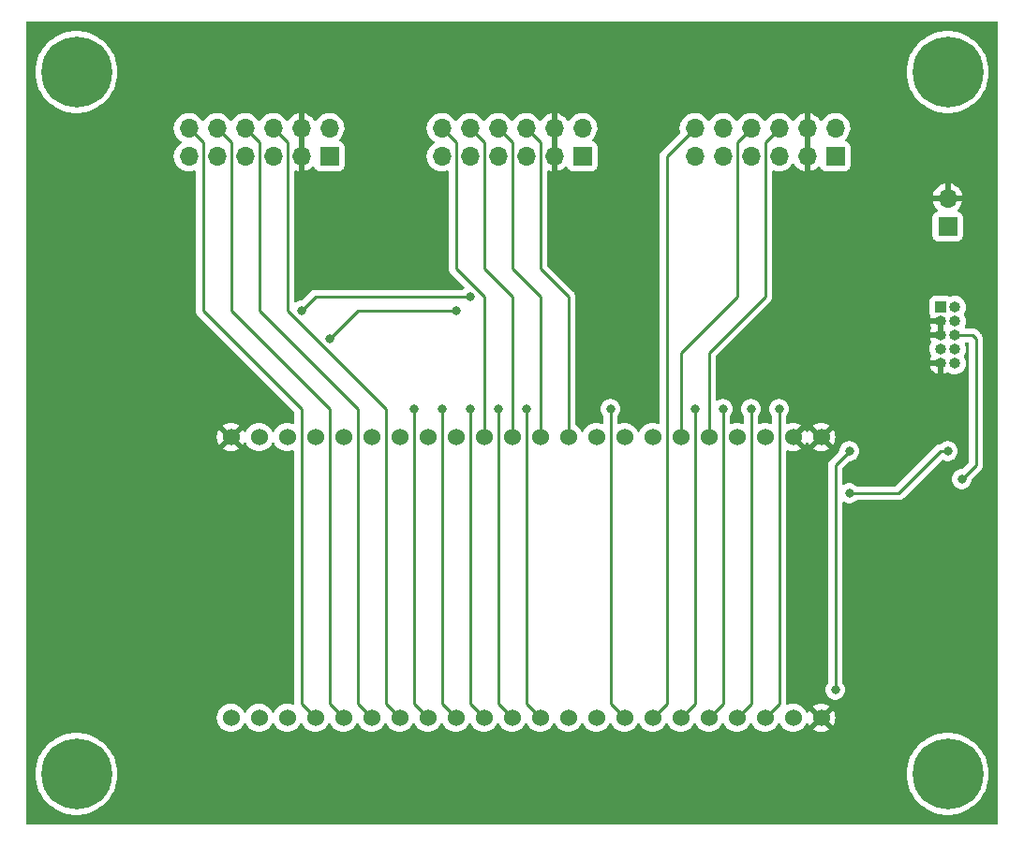
<source format=gbr>
%TF.GenerationSoftware,KiCad,Pcbnew,(6.0.10)*%
%TF.CreationDate,2023-01-05T13:46:32+01:00*%
%TF.ProjectId,pmod_esp32s3_baseboard,706d6f64-5f65-4737-9033-3273335f6261,rev?*%
%TF.SameCoordinates,Original*%
%TF.FileFunction,Copper,L2,Bot*%
%TF.FilePolarity,Positive*%
%FSLAX46Y46*%
G04 Gerber Fmt 4.6, Leading zero omitted, Abs format (unit mm)*
G04 Created by KiCad (PCBNEW (6.0.10)) date 2023-01-05 13:46:32*
%MOMM*%
%LPD*%
G01*
G04 APERTURE LIST*
%TA.AperFunction,ComponentPad*%
%ADD10R,1.700000X1.700000*%
%TD*%
%TA.AperFunction,ComponentPad*%
%ADD11O,1.700000X1.700000*%
%TD*%
%TA.AperFunction,ComponentPad*%
%ADD12C,0.800000*%
%TD*%
%TA.AperFunction,ComponentPad*%
%ADD13C,6.400000*%
%TD*%
%TA.AperFunction,ComponentPad*%
%ADD14R,1.000000X1.000000*%
%TD*%
%TA.AperFunction,ComponentPad*%
%ADD15O,1.000000X1.000000*%
%TD*%
%TA.AperFunction,ComponentPad*%
%ADD16C,1.524000*%
%TD*%
%TA.AperFunction,ViaPad*%
%ADD17C,0.800000*%
%TD*%
%TA.AperFunction,Conductor*%
%ADD18C,0.250000*%
%TD*%
G04 APERTURE END LIST*
D10*
%TO.P,PMOD2,1,Pin_1*%
%TO.N,VCC*%
X96520000Y-30480000D03*
D11*
%TO.P,PMOD2,2,Pin_2*%
X96520000Y-27940000D03*
%TO.P,PMOD2,3,Pin_3*%
%TO.N,GND*%
X93980000Y-30480000D03*
%TO.P,PMOD2,4,Pin_4*%
X93980000Y-27940000D03*
%TO.P,PMOD2,5,Pin_5*%
%TO.N,PMOD_UART_RTS*%
X91440000Y-30480000D03*
%TO.P,PMOD2,6,Pin_6*%
%TO.N,PMOD_UART_GPIO4*%
X91440000Y-27940000D03*
%TO.P,PMOD2,7,Pin_7*%
%TO.N,PMOD_UART_RXD*%
X88900000Y-30480000D03*
%TO.P,PMOD2,8,Pin_8*%
%TO.N,PMOD_UART_GPIO3*%
X88900000Y-27940000D03*
%TO.P,PMOD2,9,Pin_9*%
%TO.N,PMOD_UART_TXD*%
X86360000Y-30480000D03*
%TO.P,PMOD2,10,Pin_10*%
%TO.N,PMOD_UART_GPIO2_RESET*%
X86360000Y-27940000D03*
%TO.P,PMOD2,11,Pin_11*%
%TO.N,PMOD_UART_CTS*%
X83820000Y-30480000D03*
%TO.P,PMOD2,12,Pin_12*%
%TO.N,PMOD_UART_GPIO1_INT*%
X83820000Y-27940000D03*
%TD*%
D10*
%TO.P,PMOD3,1,Pin_1*%
%TO.N,VCC*%
X119380000Y-30480000D03*
D11*
%TO.P,PMOD3,2,Pin_2*%
X119380000Y-27940000D03*
%TO.P,PMOD3,3,Pin_3*%
%TO.N,GND*%
X116840000Y-30480000D03*
%TO.P,PMOD3,4,Pin_4*%
X116840000Y-27940000D03*
%TO.P,PMOD3,5,Pin_5*%
%TO.N,PMOD_I2C_SDA*%
X114300000Y-30480000D03*
%TO.P,PMOD3,6,Pin_6*%
%TO.N,PMOD_I2C_GPIO4*%
X114300000Y-27940000D03*
%TO.P,PMOD3,7,Pin_7*%
%TO.N,PMOD_I2C_SCL*%
X111760000Y-30480000D03*
%TO.P,PMOD3,8,Pin_8*%
%TO.N,PMOD_I2C_GPIO3*%
X111760000Y-27940000D03*
%TO.P,PMOD3,9,Pin_9*%
%TO.N,PMOD_I2C_RESET*%
X109220000Y-30480000D03*
%TO.P,PMOD3,10,Pin_10*%
%TO.N,PMOD_I2C_GPIO2*%
X109220000Y-27940000D03*
%TO.P,PMOD3,11,Pin_11*%
%TO.N,PMOD_I2C_INT*%
X106680000Y-30480000D03*
%TO.P,PMOD3,12,Pin_12*%
%TO.N,PMOD_I2C_GPIO1*%
X106680000Y-27940000D03*
%TD*%
D10*
%TO.P,PMOD1,1,Pin_1*%
%TO.N,VCC*%
X73660000Y-30480000D03*
D11*
%TO.P,PMOD1,2,Pin_2*%
X73660000Y-27940000D03*
%TO.P,PMOD1,3,Pin_3*%
%TO.N,GND*%
X71120000Y-30480000D03*
%TO.P,PMOD1,4,Pin_4*%
X71120000Y-27940000D03*
%TO.P,PMOD1,5,Pin_5*%
%TO.N,PMOD_SPI_SCK*%
X68580000Y-30480000D03*
%TO.P,PMOD1,6,Pin_6*%
%TO.N,PMOD_SPI_GPIO4_CS3*%
X68580000Y-27940000D03*
%TO.P,PMOD1,7,Pin_7*%
%TO.N,PMOD_SPI_MISO*%
X66040000Y-30480000D03*
%TO.P,PMOD1,8,Pin_8*%
%TO.N,PMOD_SPI_GPIO3_CS2*%
X66040000Y-27940000D03*
%TO.P,PMOD1,9,Pin_9*%
%TO.N,PMOD_SPI_MOSI*%
X63500000Y-30480000D03*
%TO.P,PMOD1,10,Pin_10*%
%TO.N,PMOD_SPI_GPIO2_RESET*%
X63500000Y-27940000D03*
%TO.P,PMOD1,11,Pin_11*%
%TO.N,PMOD_SPI_CS*%
X60960000Y-30480000D03*
%TO.P,PMOD1,12,Pin_12*%
%TO.N,PMOD_SPI_GPIO1_INT*%
X60960000Y-27940000D03*
%TD*%
D12*
%TO.P,H3,1*%
%TO.N,N/C*%
X52497056Y-88057056D03*
X49102944Y-84662944D03*
X50800000Y-83960000D03*
X48400000Y-86360000D03*
X52497056Y-84662944D03*
X49102944Y-88057056D03*
X53200000Y-86360000D03*
D13*
X50800000Y-86360000D03*
D12*
X50800000Y-88760000D03*
%TD*%
%TO.P,H1,1*%
%TO.N,N/C*%
X50800000Y-20460000D03*
X52497056Y-24557056D03*
X50800000Y-25260000D03*
X53200000Y-22860000D03*
X48400000Y-22860000D03*
X52497056Y-21162944D03*
X49102944Y-24557056D03*
D13*
X50800000Y-22860000D03*
D12*
X49102944Y-21162944D03*
%TD*%
D10*
%TO.P,J1,1,Pin_1*%
%TO.N,VCC*%
X129540000Y-36830000D03*
D11*
%TO.P,J1,2,Pin_2*%
%TO.N,GND*%
X129540000Y-34290000D03*
%TD*%
D12*
%TO.P,H4,1*%
%TO.N,N/C*%
X131237056Y-84662944D03*
X127842944Y-88057056D03*
D13*
X129540000Y-86360000D03*
D12*
X127140000Y-86360000D03*
X129540000Y-88760000D03*
X131237056Y-88057056D03*
X127842944Y-84662944D03*
X131940000Y-86360000D03*
X129540000Y-83960000D03*
%TD*%
D14*
%TO.P,J2,1,Pin_1*%
%TO.N,VCC*%
X128915000Y-44122500D03*
D15*
%TO.P,J2,2,Pin_2*%
%TO.N,JTMS*%
X130185000Y-44122500D03*
%TO.P,J2,3,Pin_3*%
%TO.N,GND*%
X128915000Y-45392500D03*
%TO.P,J2,4,Pin_4*%
%TO.N,JTCK*%
X130185000Y-45392500D03*
%TO.P,J2,5,Pin_5*%
%TO.N,GND*%
X128915000Y-46662500D03*
%TO.P,J2,6,Pin_6*%
%TO.N,JTDO*%
X130185000Y-46662500D03*
%TO.P,J2,7,Pin_7*%
%TO.N,unconnected-(J2-Pad7)*%
X128915000Y-47932500D03*
%TO.P,J2,8,Pin_8*%
%TO.N,JTDI*%
X130185000Y-47932500D03*
%TO.P,J2,9,Pin_9*%
%TO.N,GND*%
X128915000Y-49202500D03*
%TO.P,J2,10,Pin_10*%
%TO.N,~{RST}*%
X130185000Y-49202500D03*
%TD*%
D12*
%TO.P,H2,1*%
%TO.N,N/C*%
X131237056Y-21162944D03*
X131237056Y-24557056D03*
X127842944Y-21162944D03*
D13*
X129540000Y-22860000D03*
D12*
X129540000Y-25260000D03*
X131940000Y-22860000D03*
X129540000Y-20460000D03*
X127140000Y-22860000D03*
X127842944Y-24557056D03*
%TD*%
D16*
%TO.P,U1,1,3V3*%
%TO.N,VCC*%
X64770000Y-81280000D03*
%TO.P,U1,2,3V3*%
X67310000Y-81280000D03*
%TO.P,U1,3,RST*%
%TO.N,~{RST}*%
X69850000Y-81280000D03*
%TO.P,U1,4,4*%
%TO.N,PMOD_SPI_GPIO1_INT*%
X72390000Y-81280000D03*
%TO.P,U1,5,5*%
%TO.N,PMOD_SPI_GPIO2_RESET*%
X74930000Y-81280000D03*
%TO.P,U1,6,6*%
%TO.N,PMOD_SPI_GPIO3_CS2*%
X77470000Y-81280000D03*
%TO.P,U1,7,7*%
%TO.N,PMOD_SPI_GPIO4_CS3*%
X80010000Y-81280000D03*
%TO.P,U1,8,15*%
%TO.N,PMOD_SPI_CS*%
X82550000Y-81280000D03*
%TO.P,U1,9,16*%
%TO.N,PMOD_SPI_MOSI*%
X85090000Y-81280000D03*
%TO.P,U1,10,17*%
%TO.N,PMOD_SPI_MISO*%
X87630000Y-81280000D03*
%TO.P,U1,11,18*%
%TO.N,PMOD_SPI_SCK*%
X90170000Y-81280000D03*
%TO.P,U1,12,8*%
%TO.N,PMOD_UART_CTS*%
X92710000Y-81280000D03*
%TO.P,U1,13,3*%
%TO.N,unconnected-(U1-Pad13)*%
X95250000Y-81280000D03*
%TO.P,U1,14,46*%
%TO.N,unconnected-(U1-Pad14)*%
X97790000Y-81280000D03*
%TO.P,U1,15,9*%
%TO.N,PMOD_UART_RTS*%
X100330000Y-81280000D03*
%TO.P,U1,16,10*%
%TO.N,PMOD_I2C_GPIO1*%
X102870000Y-81280000D03*
%TO.P,U1,17,11*%
%TO.N,PMOD_I2C_INT*%
X105410000Y-81280000D03*
%TO.P,U1,18,12*%
%TO.N,PMOD_I2C_RESET*%
X107950000Y-81280000D03*
%TO.P,U1,19,13*%
%TO.N,PMOD_I2C_SCL*%
X110490000Y-81280000D03*
%TO.P,U1,20,14*%
%TO.N,PMOD_I2C_SDA*%
X113030000Y-81280000D03*
%TO.P,U1,21,5V*%
%TO.N,unconnected-(U1-Pad21)*%
X115570000Y-81280000D03*
%TO.P,U1,22,GND*%
%TO.N,GND*%
X118110000Y-81280000D03*
%TO.P,U1,23,GND*%
X118110000Y-55880000D03*
%TO.P,U1,24,GND*%
X115570000Y-55880000D03*
%TO.P,U1,25,USBD-/19*%
%TO.N,unconnected-(U1-Pad25)*%
X113030000Y-55880000D03*
%TO.P,U1,26,USBD+/20*%
%TO.N,unconnected-(U1-Pad26)*%
X110490000Y-55880000D03*
%TO.P,U1,27,21*%
%TO.N,PMOD_I2C_GPIO4*%
X107950000Y-55880000D03*
%TO.P,U1,28,47*%
%TO.N,PMOD_I2C_GPIO3*%
X105410000Y-55880000D03*
%TO.P,U1,29,RGB/48*%
%TO.N,WS1812*%
X102870000Y-55880000D03*
%TO.P,U1,30,45*%
%TO.N,unconnected-(U1-Pad30)*%
X100330000Y-55880000D03*
%TO.P,U1,31,0*%
%TO.N,unconnected-(U1-Pad31)*%
X97790000Y-55880000D03*
%TO.P,U1,32,35*%
%TO.N,PMOD_UART_GPIO4*%
X95250000Y-55880000D03*
%TO.P,U1,33,36*%
%TO.N,PMOD_UART_GPIO3*%
X92710000Y-55880000D03*
%TO.P,U1,34,37*%
%TO.N,PMOD_UART_GPIO2_RESET*%
X90170000Y-55880000D03*
%TO.P,U1,35,38*%
%TO.N,PMOD_UART_GPIO1_INT*%
X87630000Y-55880000D03*
%TO.P,U1,36,TCK/39*%
%TO.N,JTCK*%
X85090000Y-55880000D03*
%TO.P,U1,37,TDO/40*%
%TO.N,JTDO*%
X82550000Y-55880000D03*
%TO.P,U1,38,TDI/41*%
%TO.N,JTDI*%
X80010000Y-55880000D03*
%TO.P,U1,39,TMS/42*%
%TO.N,JTMS*%
X77470000Y-55880000D03*
%TO.P,U1,40,2*%
%TO.N,PMOD_UART_RXD*%
X74930000Y-55880000D03*
%TO.P,U1,41,1*%
%TO.N,PMOD_UART_TXD*%
X72390000Y-55880000D03*
%TO.P,U1,42,RXD/44*%
%TO.N,unconnected-(U1-Pad42)*%
X69850000Y-55880000D03*
%TO.P,U1,43,TXD/43*%
%TO.N,unconnected-(U1-Pad43)*%
X67310000Y-55880000D03*
%TO.P,U1,44,GND*%
%TO.N,GND*%
X64770000Y-55880000D03*
%TD*%
D17*
%TO.N,PMOD_UART_RTS*%
X99060000Y-53340000D03*
%TO.N,PMOD_UART_RXD*%
X85090000Y-44450000D03*
X73660000Y-46990000D03*
%TO.N,PMOD_UART_TXD*%
X86360000Y-43180000D03*
X71120000Y-44450000D03*
%TO.N,PMOD_UART_CTS*%
X91440000Y-53340000D03*
%TO.N,PMOD_SPI_SCK*%
X88900000Y-53340000D03*
%TO.N,PMOD_SPI_MOSI*%
X83820000Y-53340000D03*
%TO.N,PMOD_SPI_MISO*%
X86360000Y-53340000D03*
%TO.N,PMOD_SPI_CS*%
X81280000Y-53340000D03*
%TO.N,PMOD_I2C_SDA*%
X114300000Y-53340000D03*
%TO.N,PMOD_I2C_SCL*%
X111760000Y-53340000D03*
%TO.N,PMOD_I2C_RESET*%
X109220000Y-53340000D03*
%TO.N,PMOD_I2C_INT*%
X106680000Y-53340000D03*
%TO.N,JTDO*%
X130810000Y-59690000D03*
%TO.N,JTDI*%
X120650000Y-60960000D03*
X129540000Y-57150000D03*
%TO.N,~{RST}*%
X119380000Y-78740000D03*
X120650000Y-57150000D03*
%TD*%
D18*
%TO.N,PMOD_UART_GPIO4*%
X92710000Y-29210000D02*
X91440000Y-27940000D01*
X95250000Y-55880000D02*
X95250000Y-43180000D01*
X95250000Y-43180000D02*
X92710000Y-40640000D01*
X92710000Y-40640000D02*
X92710000Y-29210000D01*
%TO.N,PMOD_UART_GPIO3*%
X92710000Y-43180000D02*
X90170000Y-40640000D01*
X92710000Y-55880000D02*
X92710000Y-43180000D01*
X90170000Y-40640000D02*
X90170000Y-29210000D01*
X90170000Y-29210000D02*
X88900000Y-27940000D01*
%TO.N,PMOD_UART_GPIO2_RESET*%
X87630000Y-29210000D02*
X86360000Y-27940000D01*
X87630000Y-40640000D02*
X87630000Y-29210000D01*
X90170000Y-55880000D02*
X90170000Y-43180000D01*
X90170000Y-43180000D02*
X87630000Y-40640000D01*
%TO.N,PMOD_UART_GPIO1_INT*%
X87630000Y-55880000D02*
X87630000Y-43180000D01*
X87630000Y-43180000D02*
X85090000Y-40640000D01*
X85090000Y-40640000D02*
X85090000Y-29210000D01*
X85090000Y-29210000D02*
X83820000Y-27940000D01*
%TO.N,PMOD_UART_RTS*%
X100330000Y-81280000D02*
X99060000Y-80010000D01*
X99060000Y-80010000D02*
X99060000Y-53340000D01*
%TO.N,PMOD_UART_RXD*%
X73660000Y-46990000D02*
X76200000Y-44450000D01*
X76200000Y-44450000D02*
X85090000Y-44450000D01*
%TO.N,PMOD_UART_TXD*%
X72390000Y-43180000D02*
X71120000Y-44450000D01*
X86360000Y-43180000D02*
X72390000Y-43180000D01*
%TO.N,PMOD_UART_CTS*%
X92710000Y-81280000D02*
X91440000Y-80010000D01*
X91440000Y-80010000D02*
X91440000Y-53340000D01*
%TO.N,PMOD_SPI_SCK*%
X90170000Y-81280000D02*
X88900000Y-80010000D01*
X88900000Y-80010000D02*
X88900000Y-53340000D01*
%TO.N,PMOD_SPI_MOSI*%
X83820000Y-80010000D02*
X83820000Y-53340000D01*
X85090000Y-81280000D02*
X83820000Y-80010000D01*
%TO.N,PMOD_SPI_MISO*%
X87630000Y-81280000D02*
X86360000Y-80010000D01*
X86360000Y-80010000D02*
X86360000Y-53340000D01*
%TO.N,PMOD_SPI_GPIO4_CS3*%
X80010000Y-81280000D02*
X78740000Y-80010000D01*
X69850000Y-44450000D02*
X69850000Y-29210000D01*
X69850000Y-29210000D02*
X68580000Y-27940000D01*
X78740000Y-53340000D02*
X69850000Y-44450000D01*
X78740000Y-80010000D02*
X78740000Y-53340000D01*
%TO.N,PMOD_SPI_GPIO3_CS2*%
X76200000Y-53340000D02*
X67310000Y-44450000D01*
X67310000Y-29210000D02*
X66040000Y-27940000D01*
X76200000Y-80010000D02*
X76200000Y-53340000D01*
X67310000Y-44450000D02*
X67310000Y-29210000D01*
X77470000Y-81280000D02*
X76200000Y-80010000D01*
%TO.N,PMOD_SPI_GPIO2_RESET*%
X73660000Y-80010000D02*
X73660000Y-53340000D01*
X74930000Y-81280000D02*
X73660000Y-80010000D01*
X73660000Y-53340000D02*
X64770000Y-44450000D01*
X64770000Y-29210000D02*
X63500000Y-27940000D01*
X64770000Y-44450000D02*
X64770000Y-29210000D01*
%TO.N,PMOD_SPI_GPIO1_INT*%
X71120000Y-53340000D02*
X62230000Y-44450000D01*
X62230000Y-44450000D02*
X62230000Y-29210000D01*
X62230000Y-29210000D02*
X60960000Y-27940000D01*
X71120000Y-80010000D02*
X71120000Y-53340000D01*
X72390000Y-81280000D02*
X71120000Y-80010000D01*
%TO.N,PMOD_SPI_CS*%
X81280000Y-80010000D02*
X81280000Y-53340000D01*
X82550000Y-81280000D02*
X81280000Y-80010000D01*
%TO.N,PMOD_I2C_SDA*%
X113030000Y-81280000D02*
X114300000Y-80010000D01*
X114300000Y-80010000D02*
X114300000Y-53340000D01*
%TO.N,PMOD_I2C_SCL*%
X110490000Y-81280000D02*
X111760000Y-80010000D01*
X111760000Y-80010000D02*
X111760000Y-53340000D01*
%TO.N,PMOD_I2C_RESET*%
X107950000Y-81280000D02*
X109220000Y-80010000D01*
X109220000Y-80010000D02*
X109220000Y-53340000D01*
%TO.N,PMOD_I2C_INT*%
X106680000Y-80010000D02*
X106680000Y-53340000D01*
X105410000Y-81280000D02*
X106680000Y-80010000D01*
%TO.N,PMOD_I2C_GPIO4*%
X113030000Y-29210000D02*
X113030000Y-43180000D01*
X113030000Y-43180000D02*
X107950000Y-48260000D01*
X107950000Y-48260000D02*
X107950000Y-55880000D01*
X114300000Y-27940000D02*
X113030000Y-29210000D01*
%TO.N,PMOD_I2C_GPIO3*%
X110490000Y-43180000D02*
X105410000Y-48260000D01*
X105410000Y-48260000D02*
X105410000Y-55880000D01*
X111760000Y-27940000D02*
X110490000Y-29210000D01*
X110490000Y-29210000D02*
X110490000Y-43180000D01*
%TO.N,PMOD_I2C_GPIO1*%
X104140000Y-30480000D02*
X106680000Y-27940000D01*
X104140000Y-80010000D02*
X104140000Y-30480000D01*
X102870000Y-81280000D02*
X104140000Y-80010000D01*
%TO.N,JTDO*%
X132080000Y-46990000D02*
X132080000Y-58420000D01*
X132080000Y-58420000D02*
X130810000Y-59690000D01*
X130185000Y-46662500D02*
X131752500Y-46662500D01*
X131752500Y-46662500D02*
X132080000Y-46990000D01*
%TO.N,JTDI*%
X125095000Y-60960000D02*
X120650000Y-60960000D01*
X128905000Y-57150000D02*
X125095000Y-60960000D01*
X129540000Y-57150000D02*
X128905000Y-57150000D01*
%TO.N,~{RST}*%
X120650000Y-57150000D02*
X119380000Y-58420000D01*
X119380000Y-58420000D02*
X119380000Y-78740000D01*
%TD*%
%TA.AperFunction,Conductor*%
%TO.N,GND*%
G36*
X134053621Y-18308502D02*
G01*
X134100114Y-18362158D01*
X134111500Y-18414500D01*
X134111500Y-90805500D01*
X134091498Y-90873621D01*
X134037842Y-90920114D01*
X133985500Y-90931500D01*
X46354500Y-90931500D01*
X46286379Y-90911498D01*
X46239886Y-90857842D01*
X46228500Y-90805500D01*
X46228500Y-86360000D01*
X47086411Y-86360000D01*
X47106754Y-86748176D01*
X47167562Y-87132099D01*
X47268167Y-87507562D01*
X47407468Y-87870453D01*
X47583938Y-88216794D01*
X47795643Y-88542793D01*
X48040266Y-88844876D01*
X48315124Y-89119734D01*
X48617207Y-89364357D01*
X48943205Y-89576062D01*
X48946139Y-89577557D01*
X48946146Y-89577561D01*
X49286607Y-89751034D01*
X49289547Y-89752532D01*
X49652438Y-89891833D01*
X50027901Y-89992438D01*
X50231793Y-90024732D01*
X50408576Y-90052732D01*
X50408584Y-90052733D01*
X50411824Y-90053246D01*
X50800000Y-90073589D01*
X51188176Y-90053246D01*
X51191416Y-90052733D01*
X51191424Y-90052732D01*
X51368207Y-90024732D01*
X51572099Y-89992438D01*
X51947562Y-89891833D01*
X52310453Y-89752532D01*
X52313393Y-89751034D01*
X52653854Y-89577561D01*
X52653861Y-89577557D01*
X52656795Y-89576062D01*
X52982793Y-89364357D01*
X53284876Y-89119734D01*
X53559734Y-88844876D01*
X53804357Y-88542793D01*
X54016062Y-88216794D01*
X54192532Y-87870453D01*
X54331833Y-87507562D01*
X54432438Y-87132099D01*
X54493246Y-86748176D01*
X54513589Y-86360000D01*
X125826411Y-86360000D01*
X125846754Y-86748176D01*
X125907562Y-87132099D01*
X126008167Y-87507562D01*
X126147468Y-87870453D01*
X126323938Y-88216794D01*
X126535643Y-88542793D01*
X126780266Y-88844876D01*
X127055124Y-89119734D01*
X127357207Y-89364357D01*
X127683205Y-89576062D01*
X127686139Y-89577557D01*
X127686146Y-89577561D01*
X128026607Y-89751034D01*
X128029547Y-89752532D01*
X128392438Y-89891833D01*
X128767901Y-89992438D01*
X128971793Y-90024732D01*
X129148576Y-90052732D01*
X129148584Y-90052733D01*
X129151824Y-90053246D01*
X129540000Y-90073589D01*
X129928176Y-90053246D01*
X129931416Y-90052733D01*
X129931424Y-90052732D01*
X130108207Y-90024732D01*
X130312099Y-89992438D01*
X130687562Y-89891833D01*
X131050453Y-89752532D01*
X131053393Y-89751034D01*
X131393854Y-89577561D01*
X131393861Y-89577557D01*
X131396795Y-89576062D01*
X131722793Y-89364357D01*
X132024876Y-89119734D01*
X132299734Y-88844876D01*
X132544357Y-88542793D01*
X132756062Y-88216794D01*
X132932532Y-87870453D01*
X133071833Y-87507562D01*
X133172438Y-87132099D01*
X133233246Y-86748176D01*
X133253589Y-86360000D01*
X133233246Y-85971824D01*
X133172438Y-85587901D01*
X133071833Y-85212438D01*
X132932532Y-84849547D01*
X132756062Y-84503206D01*
X132544357Y-84177207D01*
X132299734Y-83875124D01*
X132024876Y-83600266D01*
X131722793Y-83355643D01*
X131396795Y-83143938D01*
X131393861Y-83142443D01*
X131393854Y-83142439D01*
X131053393Y-82968966D01*
X131050453Y-82967468D01*
X130687562Y-82828167D01*
X130312099Y-82727562D01*
X130108207Y-82695268D01*
X129931424Y-82667268D01*
X129931416Y-82667267D01*
X129928176Y-82666754D01*
X129540000Y-82646411D01*
X129151824Y-82666754D01*
X129148584Y-82667267D01*
X129148576Y-82667268D01*
X128971793Y-82695268D01*
X128767901Y-82727562D01*
X128392438Y-82828167D01*
X128029547Y-82967468D01*
X128026607Y-82968966D01*
X127686147Y-83142439D01*
X127686140Y-83142443D01*
X127683206Y-83143938D01*
X127357207Y-83355643D01*
X127055124Y-83600266D01*
X126780266Y-83875124D01*
X126535643Y-84177207D01*
X126323938Y-84503206D01*
X126147468Y-84849547D01*
X126008167Y-85212438D01*
X125907562Y-85587901D01*
X125846754Y-85971824D01*
X125826411Y-86360000D01*
X54513589Y-86360000D01*
X54493246Y-85971824D01*
X54432438Y-85587901D01*
X54331833Y-85212438D01*
X54192532Y-84849547D01*
X54016062Y-84503206D01*
X53804357Y-84177207D01*
X53559734Y-83875124D01*
X53284876Y-83600266D01*
X52982793Y-83355643D01*
X52656795Y-83143938D01*
X52653861Y-83142443D01*
X52653854Y-83142439D01*
X52313393Y-82968966D01*
X52310453Y-82967468D01*
X51947562Y-82828167D01*
X51572099Y-82727562D01*
X51368207Y-82695268D01*
X51191424Y-82667268D01*
X51191416Y-82667267D01*
X51188176Y-82666754D01*
X50800000Y-82646411D01*
X50411824Y-82666754D01*
X50408584Y-82667267D01*
X50408576Y-82667268D01*
X50231793Y-82695268D01*
X50027901Y-82727562D01*
X49652438Y-82828167D01*
X49289547Y-82967468D01*
X49286607Y-82968966D01*
X48946147Y-83142439D01*
X48946140Y-83142443D01*
X48943206Y-83143938D01*
X48617207Y-83355643D01*
X48315124Y-83600266D01*
X48040266Y-83875124D01*
X47795643Y-84177207D01*
X47583938Y-84503206D01*
X47407468Y-84849547D01*
X47268167Y-85212438D01*
X47167562Y-85587901D01*
X47106754Y-85971824D01*
X47086411Y-86360000D01*
X46228500Y-86360000D01*
X46228500Y-56938777D01*
X64075777Y-56938777D01*
X64085074Y-56950793D01*
X64128069Y-56980898D01*
X64137555Y-56986376D01*
X64328993Y-57075645D01*
X64339285Y-57079391D01*
X64543309Y-57134059D01*
X64554104Y-57135962D01*
X64764525Y-57154372D01*
X64775475Y-57154372D01*
X64985896Y-57135962D01*
X64996691Y-57134059D01*
X65200715Y-57079391D01*
X65211007Y-57075645D01*
X65402445Y-56986376D01*
X65411931Y-56980898D01*
X65455764Y-56950207D01*
X65464139Y-56939729D01*
X65457071Y-56926281D01*
X64782812Y-56252022D01*
X64768868Y-56244408D01*
X64767035Y-56244539D01*
X64760420Y-56248790D01*
X64082207Y-56927003D01*
X64075777Y-56938777D01*
X46228500Y-56938777D01*
X46228500Y-55885475D01*
X63495628Y-55885475D01*
X63514038Y-56095896D01*
X63515941Y-56106691D01*
X63570609Y-56310715D01*
X63574355Y-56321007D01*
X63663623Y-56512441D01*
X63669103Y-56521932D01*
X63699794Y-56565765D01*
X63710271Y-56574140D01*
X63723718Y-56567072D01*
X64397978Y-55892812D01*
X64405592Y-55878868D01*
X64405461Y-55877035D01*
X64401210Y-55870420D01*
X63722997Y-55192207D01*
X63711223Y-55185777D01*
X63699207Y-55195074D01*
X63669103Y-55238068D01*
X63663623Y-55247559D01*
X63574355Y-55438993D01*
X63570609Y-55449285D01*
X63515941Y-55653309D01*
X63514038Y-55664104D01*
X63495628Y-55874525D01*
X63495628Y-55885475D01*
X46228500Y-55885475D01*
X46228500Y-54820271D01*
X64075860Y-54820271D01*
X64082928Y-54833718D01*
X64757188Y-55507978D01*
X64771132Y-55515592D01*
X64772965Y-55515461D01*
X64779580Y-55511210D01*
X65457793Y-54832997D01*
X65464223Y-54821223D01*
X65454926Y-54809207D01*
X65411931Y-54779102D01*
X65402445Y-54773624D01*
X65211007Y-54684355D01*
X65200715Y-54680609D01*
X64996691Y-54625941D01*
X64985896Y-54624038D01*
X64775475Y-54605628D01*
X64764525Y-54605628D01*
X64554104Y-54624038D01*
X64543309Y-54625941D01*
X64339285Y-54680609D01*
X64328993Y-54684355D01*
X64137559Y-54773623D01*
X64128068Y-54779103D01*
X64084235Y-54809794D01*
X64075860Y-54820271D01*
X46228500Y-54820271D01*
X46228500Y-30446695D01*
X59597251Y-30446695D01*
X59597548Y-30451848D01*
X59597548Y-30451851D01*
X59603011Y-30546590D01*
X59610110Y-30669715D01*
X59611247Y-30674761D01*
X59611248Y-30674767D01*
X59618174Y-30705499D01*
X59659222Y-30887639D01*
X59743266Y-31094616D01*
X59794942Y-31178944D01*
X59857291Y-31280688D01*
X59859987Y-31285088D01*
X60006250Y-31453938D01*
X60178126Y-31596632D01*
X60371000Y-31709338D01*
X60579692Y-31789030D01*
X60584760Y-31790061D01*
X60584763Y-31790062D01*
X60660806Y-31805533D01*
X60798597Y-31833567D01*
X60803772Y-31833757D01*
X60803774Y-31833757D01*
X61016673Y-31841564D01*
X61016677Y-31841564D01*
X61021837Y-31841753D01*
X61026957Y-31841097D01*
X61026959Y-31841097D01*
X61238288Y-31814025D01*
X61238289Y-31814025D01*
X61243416Y-31813368D01*
X61250003Y-31811392D01*
X61434292Y-31756102D01*
X61505288Y-31755685D01*
X61565238Y-31793718D01*
X61595110Y-31858124D01*
X61596500Y-31876788D01*
X61596500Y-44371233D01*
X61595973Y-44382416D01*
X61594298Y-44389909D01*
X61594547Y-44397835D01*
X61594547Y-44397836D01*
X61596438Y-44457986D01*
X61596500Y-44461945D01*
X61596500Y-44489856D01*
X61596997Y-44493790D01*
X61596997Y-44493791D01*
X61597005Y-44493856D01*
X61597938Y-44505693D01*
X61599327Y-44549889D01*
X61604978Y-44569339D01*
X61608987Y-44588700D01*
X61611526Y-44608797D01*
X61614445Y-44616168D01*
X61614445Y-44616170D01*
X61627804Y-44649912D01*
X61631649Y-44661142D01*
X61643982Y-44703593D01*
X61648015Y-44710412D01*
X61648017Y-44710417D01*
X61654293Y-44721028D01*
X61662988Y-44738776D01*
X61670448Y-44757617D01*
X61675110Y-44764033D01*
X61675110Y-44764034D01*
X61696436Y-44793387D01*
X61702952Y-44803307D01*
X61716517Y-44826243D01*
X61725458Y-44841362D01*
X61739779Y-44855683D01*
X61752619Y-44870716D01*
X61764528Y-44887107D01*
X61770634Y-44892158D01*
X61798605Y-44915298D01*
X61807384Y-44923288D01*
X70449595Y-53565499D01*
X70483621Y-53627811D01*
X70486500Y-53654594D01*
X70486500Y-54577183D01*
X70466498Y-54645304D01*
X70412842Y-54691797D01*
X70342568Y-54701901D01*
X70307249Y-54691377D01*
X70291183Y-54683885D01*
X70291178Y-54683883D01*
X70286196Y-54681560D01*
X70280888Y-54680138D01*
X70280886Y-54680137D01*
X70215051Y-54662497D01*
X70071463Y-54624022D01*
X69850000Y-54604647D01*
X69628537Y-54624022D01*
X69484949Y-54662497D01*
X69419114Y-54680137D01*
X69419112Y-54680138D01*
X69413804Y-54681560D01*
X69408823Y-54683882D01*
X69408822Y-54683883D01*
X69217311Y-54773186D01*
X69217306Y-54773189D01*
X69212324Y-54775512D01*
X69207817Y-54778668D01*
X69207815Y-54778669D01*
X69034730Y-54899864D01*
X69034727Y-54899866D01*
X69030219Y-54903023D01*
X68873023Y-55060219D01*
X68869866Y-55064727D01*
X68869864Y-55064730D01*
X68748669Y-55237815D01*
X68745512Y-55242324D01*
X68743189Y-55247306D01*
X68743186Y-55247311D01*
X68694195Y-55352373D01*
X68647277Y-55405658D01*
X68579000Y-55425119D01*
X68511040Y-55404577D01*
X68465805Y-55352373D01*
X68416814Y-55247311D01*
X68416811Y-55247306D01*
X68414488Y-55242324D01*
X68411331Y-55237815D01*
X68290136Y-55064730D01*
X68290134Y-55064727D01*
X68286977Y-55060219D01*
X68129781Y-54903023D01*
X68125273Y-54899866D01*
X68125270Y-54899864D01*
X68049505Y-54846813D01*
X67947677Y-54775512D01*
X67942695Y-54773189D01*
X67942690Y-54773186D01*
X67751178Y-54683883D01*
X67751177Y-54683882D01*
X67746196Y-54681560D01*
X67740888Y-54680138D01*
X67740886Y-54680137D01*
X67675051Y-54662497D01*
X67531463Y-54624022D01*
X67310000Y-54604647D01*
X67088537Y-54624022D01*
X66944949Y-54662497D01*
X66879114Y-54680137D01*
X66879112Y-54680138D01*
X66873804Y-54681560D01*
X66868823Y-54683882D01*
X66868822Y-54683883D01*
X66677311Y-54773186D01*
X66677306Y-54773189D01*
X66672324Y-54775512D01*
X66667817Y-54778668D01*
X66667815Y-54778669D01*
X66494730Y-54899864D01*
X66494727Y-54899866D01*
X66490219Y-54903023D01*
X66333023Y-55060219D01*
X66329866Y-55064727D01*
X66329864Y-55064730D01*
X66208669Y-55237815D01*
X66205512Y-55242324D01*
X66203189Y-55247306D01*
X66203186Y-55247311D01*
X66153919Y-55352965D01*
X66107001Y-55406250D01*
X66038724Y-55425711D01*
X65970764Y-55405169D01*
X65925529Y-55352965D01*
X65876377Y-55247559D01*
X65870897Y-55238068D01*
X65840206Y-55194235D01*
X65829729Y-55185860D01*
X65816282Y-55192928D01*
X65142022Y-55867188D01*
X65134408Y-55881132D01*
X65134539Y-55882965D01*
X65138790Y-55889580D01*
X65817003Y-56567793D01*
X65828777Y-56574223D01*
X65840793Y-56564926D01*
X65870897Y-56521932D01*
X65876377Y-56512441D01*
X65925529Y-56407035D01*
X65972447Y-56353750D01*
X66040724Y-56334289D01*
X66108684Y-56354831D01*
X66153919Y-56407035D01*
X66203186Y-56512689D01*
X66203189Y-56512694D01*
X66205512Y-56517676D01*
X66208668Y-56522183D01*
X66208669Y-56522185D01*
X66322343Y-56684528D01*
X66333023Y-56699781D01*
X66490219Y-56856977D01*
X66494727Y-56860134D01*
X66494730Y-56860136D01*
X66570495Y-56913187D01*
X66672323Y-56984488D01*
X66677305Y-56986811D01*
X66677310Y-56986814D01*
X66852751Y-57068623D01*
X66873804Y-57078440D01*
X66879112Y-57079862D01*
X66879114Y-57079863D01*
X66905526Y-57086940D01*
X67088537Y-57135978D01*
X67310000Y-57155353D01*
X67531463Y-57135978D01*
X67714474Y-57086940D01*
X67740886Y-57079863D01*
X67740888Y-57079862D01*
X67746196Y-57078440D01*
X67767249Y-57068623D01*
X67942690Y-56986814D01*
X67942695Y-56986811D01*
X67947677Y-56984488D01*
X68049505Y-56913187D01*
X68125270Y-56860136D01*
X68125273Y-56860134D01*
X68129781Y-56856977D01*
X68286977Y-56699781D01*
X68297658Y-56684528D01*
X68411331Y-56522185D01*
X68411332Y-56522183D01*
X68414488Y-56517676D01*
X68416811Y-56512694D01*
X68416814Y-56512689D01*
X68465805Y-56407627D01*
X68512723Y-56354342D01*
X68581000Y-56334881D01*
X68648960Y-56355423D01*
X68694195Y-56407627D01*
X68743186Y-56512689D01*
X68743189Y-56512694D01*
X68745512Y-56517676D01*
X68748668Y-56522183D01*
X68748669Y-56522185D01*
X68862343Y-56684528D01*
X68873023Y-56699781D01*
X69030219Y-56856977D01*
X69034727Y-56860134D01*
X69034730Y-56860136D01*
X69110495Y-56913187D01*
X69212323Y-56984488D01*
X69217305Y-56986811D01*
X69217310Y-56986814D01*
X69392751Y-57068623D01*
X69413804Y-57078440D01*
X69419112Y-57079862D01*
X69419114Y-57079863D01*
X69445526Y-57086940D01*
X69628537Y-57135978D01*
X69850000Y-57155353D01*
X70071463Y-57135978D01*
X70254474Y-57086940D01*
X70280886Y-57079863D01*
X70280888Y-57079862D01*
X70286196Y-57078440D01*
X70291178Y-57076117D01*
X70291183Y-57076115D01*
X70307249Y-57068623D01*
X70377440Y-57057961D01*
X70442253Y-57086940D01*
X70481110Y-57146359D01*
X70486500Y-57182817D01*
X70486500Y-79931233D01*
X70485973Y-79942416D01*
X70484298Y-79949909D01*
X70484547Y-79957835D01*
X70484547Y-79957836D01*
X70485010Y-79972558D01*
X70467158Y-80041274D01*
X70414990Y-80089429D01*
X70345068Y-80101736D01*
X70305821Y-80090711D01*
X70291183Y-80083885D01*
X70291178Y-80083883D01*
X70286196Y-80081560D01*
X70280888Y-80080138D01*
X70280886Y-80080137D01*
X70167876Y-80049856D01*
X70071463Y-80024022D01*
X69850000Y-80004647D01*
X69628537Y-80024022D01*
X69532124Y-80049856D01*
X69419114Y-80080137D01*
X69419112Y-80080138D01*
X69413804Y-80081560D01*
X69408823Y-80083882D01*
X69408822Y-80083883D01*
X69217311Y-80173186D01*
X69217306Y-80173189D01*
X69212324Y-80175512D01*
X69207817Y-80178668D01*
X69207815Y-80178669D01*
X69034730Y-80299864D01*
X69034727Y-80299866D01*
X69030219Y-80303023D01*
X68873023Y-80460219D01*
X68869866Y-80464727D01*
X68869864Y-80464730D01*
X68748669Y-80637815D01*
X68745512Y-80642324D01*
X68743189Y-80647306D01*
X68743186Y-80647311D01*
X68694195Y-80752373D01*
X68647277Y-80805658D01*
X68579000Y-80825119D01*
X68511040Y-80804577D01*
X68465805Y-80752373D01*
X68416814Y-80647311D01*
X68416811Y-80647306D01*
X68414488Y-80642324D01*
X68411331Y-80637815D01*
X68290136Y-80464730D01*
X68290134Y-80464727D01*
X68286977Y-80460219D01*
X68129781Y-80303023D01*
X68125273Y-80299866D01*
X68125270Y-80299864D01*
X68049505Y-80246813D01*
X67947677Y-80175512D01*
X67942695Y-80173189D01*
X67942690Y-80173186D01*
X67751178Y-80083883D01*
X67751177Y-80083882D01*
X67746196Y-80081560D01*
X67740888Y-80080138D01*
X67740886Y-80080137D01*
X67627876Y-80049856D01*
X67531463Y-80024022D01*
X67310000Y-80004647D01*
X67088537Y-80024022D01*
X66992124Y-80049856D01*
X66879114Y-80080137D01*
X66879112Y-80080138D01*
X66873804Y-80081560D01*
X66868823Y-80083882D01*
X66868822Y-80083883D01*
X66677311Y-80173186D01*
X66677306Y-80173189D01*
X66672324Y-80175512D01*
X66667817Y-80178668D01*
X66667815Y-80178669D01*
X66494730Y-80299864D01*
X66494727Y-80299866D01*
X66490219Y-80303023D01*
X66333023Y-80460219D01*
X66329866Y-80464727D01*
X66329864Y-80464730D01*
X66208669Y-80637815D01*
X66205512Y-80642324D01*
X66203189Y-80647306D01*
X66203186Y-80647311D01*
X66154195Y-80752373D01*
X66107277Y-80805658D01*
X66039000Y-80825119D01*
X65971040Y-80804577D01*
X65925805Y-80752373D01*
X65876814Y-80647311D01*
X65876811Y-80647306D01*
X65874488Y-80642324D01*
X65871331Y-80637815D01*
X65750136Y-80464730D01*
X65750134Y-80464727D01*
X65746977Y-80460219D01*
X65589781Y-80303023D01*
X65585273Y-80299866D01*
X65585270Y-80299864D01*
X65509505Y-80246813D01*
X65407677Y-80175512D01*
X65402695Y-80173189D01*
X65402690Y-80173186D01*
X65211178Y-80083883D01*
X65211177Y-80083882D01*
X65206196Y-80081560D01*
X65200888Y-80080138D01*
X65200886Y-80080137D01*
X65087876Y-80049856D01*
X64991463Y-80024022D01*
X64770000Y-80004647D01*
X64548537Y-80024022D01*
X64452124Y-80049856D01*
X64339114Y-80080137D01*
X64339112Y-80080138D01*
X64333804Y-80081560D01*
X64328823Y-80083882D01*
X64328822Y-80083883D01*
X64137311Y-80173186D01*
X64137306Y-80173189D01*
X64132324Y-80175512D01*
X64127817Y-80178668D01*
X64127815Y-80178669D01*
X63954730Y-80299864D01*
X63954727Y-80299866D01*
X63950219Y-80303023D01*
X63793023Y-80460219D01*
X63789866Y-80464727D01*
X63789864Y-80464730D01*
X63668669Y-80637815D01*
X63665512Y-80642324D01*
X63663189Y-80647306D01*
X63663186Y-80647311D01*
X63614195Y-80752373D01*
X63571560Y-80843804D01*
X63514022Y-81058537D01*
X63494647Y-81280000D01*
X63514022Y-81501463D01*
X63571560Y-81716196D01*
X63573882Y-81721177D01*
X63573883Y-81721178D01*
X63663186Y-81912689D01*
X63663189Y-81912694D01*
X63665512Y-81917676D01*
X63668668Y-81922183D01*
X63668669Y-81922185D01*
X63705107Y-81974223D01*
X63793023Y-82099781D01*
X63950219Y-82256977D01*
X63954727Y-82260134D01*
X63954730Y-82260136D01*
X64030495Y-82313187D01*
X64132323Y-82384488D01*
X64137305Y-82386811D01*
X64137310Y-82386814D01*
X64327810Y-82475645D01*
X64333804Y-82478440D01*
X64339112Y-82479862D01*
X64339114Y-82479863D01*
X64404949Y-82497503D01*
X64548537Y-82535978D01*
X64770000Y-82555353D01*
X64991463Y-82535978D01*
X65135051Y-82497503D01*
X65200886Y-82479863D01*
X65200888Y-82479862D01*
X65206196Y-82478440D01*
X65212190Y-82475645D01*
X65402690Y-82386814D01*
X65402695Y-82386811D01*
X65407677Y-82384488D01*
X65509505Y-82313187D01*
X65585270Y-82260136D01*
X65585273Y-82260134D01*
X65589781Y-82256977D01*
X65746977Y-82099781D01*
X65834894Y-81974223D01*
X65871331Y-81922185D01*
X65871332Y-81922183D01*
X65874488Y-81917676D01*
X65876811Y-81912694D01*
X65876814Y-81912689D01*
X65925805Y-81807627D01*
X65972723Y-81754342D01*
X66041000Y-81734881D01*
X66108960Y-81755423D01*
X66154195Y-81807627D01*
X66203186Y-81912689D01*
X66203189Y-81912694D01*
X66205512Y-81917676D01*
X66208668Y-81922183D01*
X66208669Y-81922185D01*
X66245107Y-81974223D01*
X66333023Y-82099781D01*
X66490219Y-82256977D01*
X66494727Y-82260134D01*
X66494730Y-82260136D01*
X66570495Y-82313187D01*
X66672323Y-82384488D01*
X66677305Y-82386811D01*
X66677310Y-82386814D01*
X66867810Y-82475645D01*
X66873804Y-82478440D01*
X66879112Y-82479862D01*
X66879114Y-82479863D01*
X66944949Y-82497503D01*
X67088537Y-82535978D01*
X67310000Y-82555353D01*
X67531463Y-82535978D01*
X67675051Y-82497503D01*
X67740886Y-82479863D01*
X67740888Y-82479862D01*
X67746196Y-82478440D01*
X67752190Y-82475645D01*
X67942690Y-82386814D01*
X67942695Y-82386811D01*
X67947677Y-82384488D01*
X68049505Y-82313187D01*
X68125270Y-82260136D01*
X68125273Y-82260134D01*
X68129781Y-82256977D01*
X68286977Y-82099781D01*
X68374894Y-81974223D01*
X68411331Y-81922185D01*
X68411332Y-81922183D01*
X68414488Y-81917676D01*
X68416811Y-81912694D01*
X68416814Y-81912689D01*
X68465805Y-81807627D01*
X68512723Y-81754342D01*
X68581000Y-81734881D01*
X68648960Y-81755423D01*
X68694195Y-81807627D01*
X68743186Y-81912689D01*
X68743189Y-81912694D01*
X68745512Y-81917676D01*
X68748668Y-81922183D01*
X68748669Y-81922185D01*
X68785107Y-81974223D01*
X68873023Y-82099781D01*
X69030219Y-82256977D01*
X69034727Y-82260134D01*
X69034730Y-82260136D01*
X69110495Y-82313187D01*
X69212323Y-82384488D01*
X69217305Y-82386811D01*
X69217310Y-82386814D01*
X69407810Y-82475645D01*
X69413804Y-82478440D01*
X69419112Y-82479862D01*
X69419114Y-82479863D01*
X69484949Y-82497503D01*
X69628537Y-82535978D01*
X69850000Y-82555353D01*
X70071463Y-82535978D01*
X70215051Y-82497503D01*
X70280886Y-82479863D01*
X70280888Y-82479862D01*
X70286196Y-82478440D01*
X70292190Y-82475645D01*
X70482690Y-82386814D01*
X70482695Y-82386811D01*
X70487677Y-82384488D01*
X70589505Y-82313187D01*
X70665270Y-82260136D01*
X70665273Y-82260134D01*
X70669781Y-82256977D01*
X70826977Y-82099781D01*
X70914894Y-81974223D01*
X70951331Y-81922185D01*
X70951332Y-81922183D01*
X70954488Y-81917676D01*
X70956811Y-81912694D01*
X70956814Y-81912689D01*
X71005805Y-81807627D01*
X71052723Y-81754342D01*
X71121000Y-81734881D01*
X71188960Y-81755423D01*
X71234195Y-81807627D01*
X71283186Y-81912689D01*
X71283189Y-81912694D01*
X71285512Y-81917676D01*
X71288668Y-81922183D01*
X71288669Y-81922185D01*
X71325107Y-81974223D01*
X71413023Y-82099781D01*
X71570219Y-82256977D01*
X71574727Y-82260134D01*
X71574730Y-82260136D01*
X71650495Y-82313187D01*
X71752323Y-82384488D01*
X71757305Y-82386811D01*
X71757310Y-82386814D01*
X71947810Y-82475645D01*
X71953804Y-82478440D01*
X71959112Y-82479862D01*
X71959114Y-82479863D01*
X72024949Y-82497503D01*
X72168537Y-82535978D01*
X72390000Y-82555353D01*
X72611463Y-82535978D01*
X72755051Y-82497503D01*
X72820886Y-82479863D01*
X72820888Y-82479862D01*
X72826196Y-82478440D01*
X72832190Y-82475645D01*
X73022690Y-82386814D01*
X73022695Y-82386811D01*
X73027677Y-82384488D01*
X73129505Y-82313187D01*
X73205270Y-82260136D01*
X73205273Y-82260134D01*
X73209781Y-82256977D01*
X73366977Y-82099781D01*
X73454894Y-81974223D01*
X73491331Y-81922185D01*
X73491332Y-81922183D01*
X73494488Y-81917676D01*
X73496811Y-81912694D01*
X73496814Y-81912689D01*
X73545805Y-81807627D01*
X73592723Y-81754342D01*
X73661000Y-81734881D01*
X73728960Y-81755423D01*
X73774195Y-81807627D01*
X73823186Y-81912689D01*
X73823189Y-81912694D01*
X73825512Y-81917676D01*
X73828668Y-81922183D01*
X73828669Y-81922185D01*
X73865107Y-81974223D01*
X73953023Y-82099781D01*
X74110219Y-82256977D01*
X74114727Y-82260134D01*
X74114730Y-82260136D01*
X74190495Y-82313187D01*
X74292323Y-82384488D01*
X74297305Y-82386811D01*
X74297310Y-82386814D01*
X74487810Y-82475645D01*
X74493804Y-82478440D01*
X74499112Y-82479862D01*
X74499114Y-82479863D01*
X74564949Y-82497503D01*
X74708537Y-82535978D01*
X74930000Y-82555353D01*
X75151463Y-82535978D01*
X75295051Y-82497503D01*
X75360886Y-82479863D01*
X75360888Y-82479862D01*
X75366196Y-82478440D01*
X75372190Y-82475645D01*
X75562690Y-82386814D01*
X75562695Y-82386811D01*
X75567677Y-82384488D01*
X75669505Y-82313187D01*
X75745270Y-82260136D01*
X75745273Y-82260134D01*
X75749781Y-82256977D01*
X75906977Y-82099781D01*
X75994894Y-81974223D01*
X76031331Y-81922185D01*
X76031332Y-81922183D01*
X76034488Y-81917676D01*
X76036811Y-81912694D01*
X76036814Y-81912689D01*
X76085805Y-81807627D01*
X76132723Y-81754342D01*
X76201000Y-81734881D01*
X76268960Y-81755423D01*
X76314195Y-81807627D01*
X76363186Y-81912689D01*
X76363189Y-81912694D01*
X76365512Y-81917676D01*
X76368668Y-81922183D01*
X76368669Y-81922185D01*
X76405107Y-81974223D01*
X76493023Y-82099781D01*
X76650219Y-82256977D01*
X76654727Y-82260134D01*
X76654730Y-82260136D01*
X76730495Y-82313187D01*
X76832323Y-82384488D01*
X76837305Y-82386811D01*
X76837310Y-82386814D01*
X77027810Y-82475645D01*
X77033804Y-82478440D01*
X77039112Y-82479862D01*
X77039114Y-82479863D01*
X77104949Y-82497503D01*
X77248537Y-82535978D01*
X77470000Y-82555353D01*
X77691463Y-82535978D01*
X77835051Y-82497503D01*
X77900886Y-82479863D01*
X77900888Y-82479862D01*
X77906196Y-82478440D01*
X77912190Y-82475645D01*
X78102690Y-82386814D01*
X78102695Y-82386811D01*
X78107677Y-82384488D01*
X78209505Y-82313187D01*
X78285270Y-82260136D01*
X78285273Y-82260134D01*
X78289781Y-82256977D01*
X78446977Y-82099781D01*
X78534894Y-81974223D01*
X78571331Y-81922185D01*
X78571332Y-81922183D01*
X78574488Y-81917676D01*
X78576811Y-81912694D01*
X78576814Y-81912689D01*
X78625805Y-81807627D01*
X78672723Y-81754342D01*
X78741000Y-81734881D01*
X78808960Y-81755423D01*
X78854195Y-81807627D01*
X78903186Y-81912689D01*
X78903189Y-81912694D01*
X78905512Y-81917676D01*
X78908668Y-81922183D01*
X78908669Y-81922185D01*
X78945107Y-81974223D01*
X79033023Y-82099781D01*
X79190219Y-82256977D01*
X79194727Y-82260134D01*
X79194730Y-82260136D01*
X79270495Y-82313187D01*
X79372323Y-82384488D01*
X79377305Y-82386811D01*
X79377310Y-82386814D01*
X79567810Y-82475645D01*
X79573804Y-82478440D01*
X79579112Y-82479862D01*
X79579114Y-82479863D01*
X79644949Y-82497503D01*
X79788537Y-82535978D01*
X80010000Y-82555353D01*
X80231463Y-82535978D01*
X80375051Y-82497503D01*
X80440886Y-82479863D01*
X80440888Y-82479862D01*
X80446196Y-82478440D01*
X80452190Y-82475645D01*
X80642690Y-82386814D01*
X80642695Y-82386811D01*
X80647677Y-82384488D01*
X80749505Y-82313187D01*
X80825270Y-82260136D01*
X80825273Y-82260134D01*
X80829781Y-82256977D01*
X80986977Y-82099781D01*
X81074894Y-81974223D01*
X81111331Y-81922185D01*
X81111332Y-81922183D01*
X81114488Y-81917676D01*
X81116811Y-81912694D01*
X81116814Y-81912689D01*
X81165805Y-81807627D01*
X81212723Y-81754342D01*
X81281000Y-81734881D01*
X81348960Y-81755423D01*
X81394195Y-81807627D01*
X81443186Y-81912689D01*
X81443189Y-81912694D01*
X81445512Y-81917676D01*
X81448668Y-81922183D01*
X81448669Y-81922185D01*
X81485107Y-81974223D01*
X81573023Y-82099781D01*
X81730219Y-82256977D01*
X81734727Y-82260134D01*
X81734730Y-82260136D01*
X81810495Y-82313187D01*
X81912323Y-82384488D01*
X81917305Y-82386811D01*
X81917310Y-82386814D01*
X82107810Y-82475645D01*
X82113804Y-82478440D01*
X82119112Y-82479862D01*
X82119114Y-82479863D01*
X82184949Y-82497503D01*
X82328537Y-82535978D01*
X82550000Y-82555353D01*
X82771463Y-82535978D01*
X82915051Y-82497503D01*
X82980886Y-82479863D01*
X82980888Y-82479862D01*
X82986196Y-82478440D01*
X82992190Y-82475645D01*
X83182690Y-82386814D01*
X83182695Y-82386811D01*
X83187677Y-82384488D01*
X83289505Y-82313187D01*
X83365270Y-82260136D01*
X83365273Y-82260134D01*
X83369781Y-82256977D01*
X83526977Y-82099781D01*
X83614894Y-81974223D01*
X83651331Y-81922185D01*
X83651332Y-81922183D01*
X83654488Y-81917676D01*
X83656811Y-81912694D01*
X83656814Y-81912689D01*
X83705805Y-81807627D01*
X83752723Y-81754342D01*
X83821000Y-81734881D01*
X83888960Y-81755423D01*
X83934195Y-81807627D01*
X83983186Y-81912689D01*
X83983189Y-81912694D01*
X83985512Y-81917676D01*
X83988668Y-81922183D01*
X83988669Y-81922185D01*
X84025107Y-81974223D01*
X84113023Y-82099781D01*
X84270219Y-82256977D01*
X84274727Y-82260134D01*
X84274730Y-82260136D01*
X84350495Y-82313187D01*
X84452323Y-82384488D01*
X84457305Y-82386811D01*
X84457310Y-82386814D01*
X84647810Y-82475645D01*
X84653804Y-82478440D01*
X84659112Y-82479862D01*
X84659114Y-82479863D01*
X84724949Y-82497503D01*
X84868537Y-82535978D01*
X85090000Y-82555353D01*
X85311463Y-82535978D01*
X85455051Y-82497503D01*
X85520886Y-82479863D01*
X85520888Y-82479862D01*
X85526196Y-82478440D01*
X85532190Y-82475645D01*
X85722690Y-82386814D01*
X85722695Y-82386811D01*
X85727677Y-82384488D01*
X85829505Y-82313187D01*
X85905270Y-82260136D01*
X85905273Y-82260134D01*
X85909781Y-82256977D01*
X86066977Y-82099781D01*
X86154894Y-81974223D01*
X86191331Y-81922185D01*
X86191332Y-81922183D01*
X86194488Y-81917676D01*
X86196811Y-81912694D01*
X86196814Y-81912689D01*
X86245805Y-81807627D01*
X86292723Y-81754342D01*
X86361000Y-81734881D01*
X86428960Y-81755423D01*
X86474195Y-81807627D01*
X86523186Y-81912689D01*
X86523189Y-81912694D01*
X86525512Y-81917676D01*
X86528668Y-81922183D01*
X86528669Y-81922185D01*
X86565107Y-81974223D01*
X86653023Y-82099781D01*
X86810219Y-82256977D01*
X86814727Y-82260134D01*
X86814730Y-82260136D01*
X86890495Y-82313187D01*
X86992323Y-82384488D01*
X86997305Y-82386811D01*
X86997310Y-82386814D01*
X87187810Y-82475645D01*
X87193804Y-82478440D01*
X87199112Y-82479862D01*
X87199114Y-82479863D01*
X87264949Y-82497503D01*
X87408537Y-82535978D01*
X87630000Y-82555353D01*
X87851463Y-82535978D01*
X87995051Y-82497503D01*
X88060886Y-82479863D01*
X88060888Y-82479862D01*
X88066196Y-82478440D01*
X88072190Y-82475645D01*
X88262690Y-82386814D01*
X88262695Y-82386811D01*
X88267677Y-82384488D01*
X88369505Y-82313187D01*
X88445270Y-82260136D01*
X88445273Y-82260134D01*
X88449781Y-82256977D01*
X88606977Y-82099781D01*
X88694894Y-81974223D01*
X88731331Y-81922185D01*
X88731332Y-81922183D01*
X88734488Y-81917676D01*
X88736811Y-81912694D01*
X88736814Y-81912689D01*
X88785805Y-81807627D01*
X88832723Y-81754342D01*
X88901000Y-81734881D01*
X88968960Y-81755423D01*
X89014195Y-81807627D01*
X89063186Y-81912689D01*
X89063189Y-81912694D01*
X89065512Y-81917676D01*
X89068668Y-81922183D01*
X89068669Y-81922185D01*
X89105107Y-81974223D01*
X89193023Y-82099781D01*
X89350219Y-82256977D01*
X89354727Y-82260134D01*
X89354730Y-82260136D01*
X89430495Y-82313187D01*
X89532323Y-82384488D01*
X89537305Y-82386811D01*
X89537310Y-82386814D01*
X89727810Y-82475645D01*
X89733804Y-82478440D01*
X89739112Y-82479862D01*
X89739114Y-82479863D01*
X89804949Y-82497503D01*
X89948537Y-82535978D01*
X90170000Y-82555353D01*
X90391463Y-82535978D01*
X90535051Y-82497503D01*
X90600886Y-82479863D01*
X90600888Y-82479862D01*
X90606196Y-82478440D01*
X90612190Y-82475645D01*
X90802690Y-82386814D01*
X90802695Y-82386811D01*
X90807677Y-82384488D01*
X90909505Y-82313187D01*
X90985270Y-82260136D01*
X90985273Y-82260134D01*
X90989781Y-82256977D01*
X91146977Y-82099781D01*
X91234894Y-81974223D01*
X91271331Y-81922185D01*
X91271332Y-81922183D01*
X91274488Y-81917676D01*
X91276811Y-81912694D01*
X91276814Y-81912689D01*
X91325805Y-81807627D01*
X91372723Y-81754342D01*
X91441000Y-81734881D01*
X91508960Y-81755423D01*
X91554195Y-81807627D01*
X91603186Y-81912689D01*
X91603189Y-81912694D01*
X91605512Y-81917676D01*
X91608668Y-81922183D01*
X91608669Y-81922185D01*
X91645107Y-81974223D01*
X91733023Y-82099781D01*
X91890219Y-82256977D01*
X91894727Y-82260134D01*
X91894730Y-82260136D01*
X91970495Y-82313187D01*
X92072323Y-82384488D01*
X92077305Y-82386811D01*
X92077310Y-82386814D01*
X92267810Y-82475645D01*
X92273804Y-82478440D01*
X92279112Y-82479862D01*
X92279114Y-82479863D01*
X92344949Y-82497503D01*
X92488537Y-82535978D01*
X92710000Y-82555353D01*
X92931463Y-82535978D01*
X93075051Y-82497503D01*
X93140886Y-82479863D01*
X93140888Y-82479862D01*
X93146196Y-82478440D01*
X93152190Y-82475645D01*
X93342690Y-82386814D01*
X93342695Y-82386811D01*
X93347677Y-82384488D01*
X93449505Y-82313187D01*
X93525270Y-82260136D01*
X93525273Y-82260134D01*
X93529781Y-82256977D01*
X93686977Y-82099781D01*
X93774894Y-81974223D01*
X93811331Y-81922185D01*
X93811332Y-81922183D01*
X93814488Y-81917676D01*
X93816811Y-81912694D01*
X93816814Y-81912689D01*
X93865805Y-81807627D01*
X93912723Y-81754342D01*
X93981000Y-81734881D01*
X94048960Y-81755423D01*
X94094195Y-81807627D01*
X94143186Y-81912689D01*
X94143189Y-81912694D01*
X94145512Y-81917676D01*
X94148668Y-81922183D01*
X94148669Y-81922185D01*
X94185107Y-81974223D01*
X94273023Y-82099781D01*
X94430219Y-82256977D01*
X94434727Y-82260134D01*
X94434730Y-82260136D01*
X94510495Y-82313187D01*
X94612323Y-82384488D01*
X94617305Y-82386811D01*
X94617310Y-82386814D01*
X94807810Y-82475645D01*
X94813804Y-82478440D01*
X94819112Y-82479862D01*
X94819114Y-82479863D01*
X94884949Y-82497503D01*
X95028537Y-82535978D01*
X95250000Y-82555353D01*
X95471463Y-82535978D01*
X95615051Y-82497503D01*
X95680886Y-82479863D01*
X95680888Y-82479862D01*
X95686196Y-82478440D01*
X95692190Y-82475645D01*
X95882690Y-82386814D01*
X95882695Y-82386811D01*
X95887677Y-82384488D01*
X95989505Y-82313187D01*
X96065270Y-82260136D01*
X96065273Y-82260134D01*
X96069781Y-82256977D01*
X96226977Y-82099781D01*
X96314894Y-81974223D01*
X96351331Y-81922185D01*
X96351332Y-81922183D01*
X96354488Y-81917676D01*
X96356811Y-81912694D01*
X96356814Y-81912689D01*
X96405805Y-81807627D01*
X96452723Y-81754342D01*
X96521000Y-81734881D01*
X96588960Y-81755423D01*
X96634195Y-81807627D01*
X96683186Y-81912689D01*
X96683189Y-81912694D01*
X96685512Y-81917676D01*
X96688668Y-81922183D01*
X96688669Y-81922185D01*
X96725107Y-81974223D01*
X96813023Y-82099781D01*
X96970219Y-82256977D01*
X96974727Y-82260134D01*
X96974730Y-82260136D01*
X97050495Y-82313187D01*
X97152323Y-82384488D01*
X97157305Y-82386811D01*
X97157310Y-82386814D01*
X97347810Y-82475645D01*
X97353804Y-82478440D01*
X97359112Y-82479862D01*
X97359114Y-82479863D01*
X97424949Y-82497503D01*
X97568537Y-82535978D01*
X97790000Y-82555353D01*
X98011463Y-82535978D01*
X98155051Y-82497503D01*
X98220886Y-82479863D01*
X98220888Y-82479862D01*
X98226196Y-82478440D01*
X98232190Y-82475645D01*
X98422690Y-82386814D01*
X98422695Y-82386811D01*
X98427677Y-82384488D01*
X98529505Y-82313187D01*
X98605270Y-82260136D01*
X98605273Y-82260134D01*
X98609781Y-82256977D01*
X98766977Y-82099781D01*
X98854894Y-81974223D01*
X98891331Y-81922185D01*
X98891332Y-81922183D01*
X98894488Y-81917676D01*
X98896811Y-81912694D01*
X98896814Y-81912689D01*
X98945805Y-81807627D01*
X98992723Y-81754342D01*
X99061000Y-81734881D01*
X99128960Y-81755423D01*
X99174195Y-81807627D01*
X99223186Y-81912689D01*
X99223189Y-81912694D01*
X99225512Y-81917676D01*
X99228668Y-81922183D01*
X99228669Y-81922185D01*
X99265107Y-81974223D01*
X99353023Y-82099781D01*
X99510219Y-82256977D01*
X99514727Y-82260134D01*
X99514730Y-82260136D01*
X99590495Y-82313187D01*
X99692323Y-82384488D01*
X99697305Y-82386811D01*
X99697310Y-82386814D01*
X99887810Y-82475645D01*
X99893804Y-82478440D01*
X99899112Y-82479862D01*
X99899114Y-82479863D01*
X99964949Y-82497503D01*
X100108537Y-82535978D01*
X100330000Y-82555353D01*
X100551463Y-82535978D01*
X100695051Y-82497503D01*
X100760886Y-82479863D01*
X100760888Y-82479862D01*
X100766196Y-82478440D01*
X100772190Y-82475645D01*
X100962690Y-82386814D01*
X100962695Y-82386811D01*
X100967677Y-82384488D01*
X101069505Y-82313187D01*
X101145270Y-82260136D01*
X101145273Y-82260134D01*
X101149781Y-82256977D01*
X101306977Y-82099781D01*
X101394894Y-81974223D01*
X101431331Y-81922185D01*
X101431332Y-81922183D01*
X101434488Y-81917676D01*
X101436811Y-81912694D01*
X101436814Y-81912689D01*
X101485805Y-81807627D01*
X101532723Y-81754342D01*
X101601000Y-81734881D01*
X101668960Y-81755423D01*
X101714195Y-81807627D01*
X101763186Y-81912689D01*
X101763189Y-81912694D01*
X101765512Y-81917676D01*
X101768668Y-81922183D01*
X101768669Y-81922185D01*
X101805107Y-81974223D01*
X101893023Y-82099781D01*
X102050219Y-82256977D01*
X102054727Y-82260134D01*
X102054730Y-82260136D01*
X102130495Y-82313187D01*
X102232323Y-82384488D01*
X102237305Y-82386811D01*
X102237310Y-82386814D01*
X102427810Y-82475645D01*
X102433804Y-82478440D01*
X102439112Y-82479862D01*
X102439114Y-82479863D01*
X102504949Y-82497503D01*
X102648537Y-82535978D01*
X102870000Y-82555353D01*
X103091463Y-82535978D01*
X103235051Y-82497503D01*
X103300886Y-82479863D01*
X103300888Y-82479862D01*
X103306196Y-82478440D01*
X103312190Y-82475645D01*
X103502690Y-82386814D01*
X103502695Y-82386811D01*
X103507677Y-82384488D01*
X103609505Y-82313187D01*
X103685270Y-82260136D01*
X103685273Y-82260134D01*
X103689781Y-82256977D01*
X103846977Y-82099781D01*
X103934894Y-81974223D01*
X103971331Y-81922185D01*
X103971332Y-81922183D01*
X103974488Y-81917676D01*
X103976811Y-81912694D01*
X103976814Y-81912689D01*
X104025805Y-81807627D01*
X104072723Y-81754342D01*
X104141000Y-81734881D01*
X104208960Y-81755423D01*
X104254195Y-81807627D01*
X104303186Y-81912689D01*
X104303189Y-81912694D01*
X104305512Y-81917676D01*
X104308668Y-81922183D01*
X104308669Y-81922185D01*
X104345107Y-81974223D01*
X104433023Y-82099781D01*
X104590219Y-82256977D01*
X104594727Y-82260134D01*
X104594730Y-82260136D01*
X104670495Y-82313187D01*
X104772323Y-82384488D01*
X104777305Y-82386811D01*
X104777310Y-82386814D01*
X104967810Y-82475645D01*
X104973804Y-82478440D01*
X104979112Y-82479862D01*
X104979114Y-82479863D01*
X105044949Y-82497503D01*
X105188537Y-82535978D01*
X105410000Y-82555353D01*
X105631463Y-82535978D01*
X105775051Y-82497503D01*
X105840886Y-82479863D01*
X105840888Y-82479862D01*
X105846196Y-82478440D01*
X105852190Y-82475645D01*
X106042690Y-82386814D01*
X106042695Y-82386811D01*
X106047677Y-82384488D01*
X106149505Y-82313187D01*
X106225270Y-82260136D01*
X106225273Y-82260134D01*
X106229781Y-82256977D01*
X106386977Y-82099781D01*
X106474894Y-81974223D01*
X106511331Y-81922185D01*
X106511332Y-81922183D01*
X106514488Y-81917676D01*
X106516811Y-81912694D01*
X106516814Y-81912689D01*
X106565805Y-81807627D01*
X106612723Y-81754342D01*
X106681000Y-81734881D01*
X106748960Y-81755423D01*
X106794195Y-81807627D01*
X106843186Y-81912689D01*
X106843189Y-81912694D01*
X106845512Y-81917676D01*
X106848668Y-81922183D01*
X106848669Y-81922185D01*
X106885107Y-81974223D01*
X106973023Y-82099781D01*
X107130219Y-82256977D01*
X107134727Y-82260134D01*
X107134730Y-82260136D01*
X107210495Y-82313187D01*
X107312323Y-82384488D01*
X107317305Y-82386811D01*
X107317310Y-82386814D01*
X107507810Y-82475645D01*
X107513804Y-82478440D01*
X107519112Y-82479862D01*
X107519114Y-82479863D01*
X107584949Y-82497503D01*
X107728537Y-82535978D01*
X107950000Y-82555353D01*
X108171463Y-82535978D01*
X108315051Y-82497503D01*
X108380886Y-82479863D01*
X108380888Y-82479862D01*
X108386196Y-82478440D01*
X108392190Y-82475645D01*
X108582690Y-82386814D01*
X108582695Y-82386811D01*
X108587677Y-82384488D01*
X108689505Y-82313187D01*
X108765270Y-82260136D01*
X108765273Y-82260134D01*
X108769781Y-82256977D01*
X108926977Y-82099781D01*
X109014894Y-81974223D01*
X109051331Y-81922185D01*
X109051332Y-81922183D01*
X109054488Y-81917676D01*
X109056811Y-81912694D01*
X109056814Y-81912689D01*
X109105805Y-81807627D01*
X109152723Y-81754342D01*
X109221000Y-81734881D01*
X109288960Y-81755423D01*
X109334195Y-81807627D01*
X109383186Y-81912689D01*
X109383189Y-81912694D01*
X109385512Y-81917676D01*
X109388668Y-81922183D01*
X109388669Y-81922185D01*
X109425107Y-81974223D01*
X109513023Y-82099781D01*
X109670219Y-82256977D01*
X109674727Y-82260134D01*
X109674730Y-82260136D01*
X109750495Y-82313187D01*
X109852323Y-82384488D01*
X109857305Y-82386811D01*
X109857310Y-82386814D01*
X110047810Y-82475645D01*
X110053804Y-82478440D01*
X110059112Y-82479862D01*
X110059114Y-82479863D01*
X110124949Y-82497503D01*
X110268537Y-82535978D01*
X110490000Y-82555353D01*
X110711463Y-82535978D01*
X110855051Y-82497503D01*
X110920886Y-82479863D01*
X110920888Y-82479862D01*
X110926196Y-82478440D01*
X110932190Y-82475645D01*
X111122690Y-82386814D01*
X111122695Y-82386811D01*
X111127677Y-82384488D01*
X111229505Y-82313187D01*
X111305270Y-82260136D01*
X111305273Y-82260134D01*
X111309781Y-82256977D01*
X111466977Y-82099781D01*
X111554894Y-81974223D01*
X111591331Y-81922185D01*
X111591332Y-81922183D01*
X111594488Y-81917676D01*
X111596811Y-81912694D01*
X111596814Y-81912689D01*
X111645805Y-81807627D01*
X111692723Y-81754342D01*
X111761000Y-81734881D01*
X111828960Y-81755423D01*
X111874195Y-81807627D01*
X111923186Y-81912689D01*
X111923189Y-81912694D01*
X111925512Y-81917676D01*
X111928668Y-81922183D01*
X111928669Y-81922185D01*
X111965107Y-81974223D01*
X112053023Y-82099781D01*
X112210219Y-82256977D01*
X112214727Y-82260134D01*
X112214730Y-82260136D01*
X112290495Y-82313187D01*
X112392323Y-82384488D01*
X112397305Y-82386811D01*
X112397310Y-82386814D01*
X112587810Y-82475645D01*
X112593804Y-82478440D01*
X112599112Y-82479862D01*
X112599114Y-82479863D01*
X112664949Y-82497503D01*
X112808537Y-82535978D01*
X113030000Y-82555353D01*
X113251463Y-82535978D01*
X113395051Y-82497503D01*
X113460886Y-82479863D01*
X113460888Y-82479862D01*
X113466196Y-82478440D01*
X113472190Y-82475645D01*
X113662690Y-82386814D01*
X113662695Y-82386811D01*
X113667677Y-82384488D01*
X113769505Y-82313187D01*
X113845270Y-82260136D01*
X113845273Y-82260134D01*
X113849781Y-82256977D01*
X114006977Y-82099781D01*
X114094894Y-81974223D01*
X114131331Y-81922185D01*
X114131332Y-81922183D01*
X114134488Y-81917676D01*
X114136811Y-81912694D01*
X114136814Y-81912689D01*
X114185805Y-81807627D01*
X114232723Y-81754342D01*
X114301000Y-81734881D01*
X114368960Y-81755423D01*
X114414195Y-81807627D01*
X114463186Y-81912689D01*
X114463189Y-81912694D01*
X114465512Y-81917676D01*
X114468668Y-81922183D01*
X114468669Y-81922185D01*
X114505107Y-81974223D01*
X114593023Y-82099781D01*
X114750219Y-82256977D01*
X114754727Y-82260134D01*
X114754730Y-82260136D01*
X114830495Y-82313187D01*
X114932323Y-82384488D01*
X114937305Y-82386811D01*
X114937310Y-82386814D01*
X115127810Y-82475645D01*
X115133804Y-82478440D01*
X115139112Y-82479862D01*
X115139114Y-82479863D01*
X115204949Y-82497503D01*
X115348537Y-82535978D01*
X115570000Y-82555353D01*
X115791463Y-82535978D01*
X115935051Y-82497503D01*
X116000886Y-82479863D01*
X116000888Y-82479862D01*
X116006196Y-82478440D01*
X116012190Y-82475645D01*
X116202690Y-82386814D01*
X116202695Y-82386811D01*
X116207677Y-82384488D01*
X116272959Y-82338777D01*
X117415777Y-82338777D01*
X117425074Y-82350793D01*
X117468069Y-82380898D01*
X117477555Y-82386376D01*
X117668993Y-82475645D01*
X117679285Y-82479391D01*
X117883309Y-82534059D01*
X117894104Y-82535962D01*
X118104525Y-82554372D01*
X118115475Y-82554372D01*
X118325896Y-82535962D01*
X118336691Y-82534059D01*
X118540715Y-82479391D01*
X118551007Y-82475645D01*
X118742445Y-82386376D01*
X118751931Y-82380898D01*
X118795764Y-82350207D01*
X118804139Y-82339729D01*
X118797071Y-82326281D01*
X118122812Y-81652022D01*
X118108868Y-81644408D01*
X118107035Y-81644539D01*
X118100420Y-81648790D01*
X117422207Y-82327003D01*
X117415777Y-82338777D01*
X116272959Y-82338777D01*
X116309505Y-82313187D01*
X116385270Y-82260136D01*
X116385273Y-82260134D01*
X116389781Y-82256977D01*
X116546977Y-82099781D01*
X116634894Y-81974223D01*
X116671331Y-81922185D01*
X116671332Y-81922183D01*
X116674488Y-81917676D01*
X116676811Y-81912694D01*
X116676814Y-81912689D01*
X116726081Y-81807035D01*
X116772999Y-81753750D01*
X116841276Y-81734289D01*
X116909236Y-81754831D01*
X116954471Y-81807035D01*
X117003623Y-81912441D01*
X117009103Y-81921932D01*
X117039794Y-81965765D01*
X117050271Y-81974140D01*
X117063718Y-81967072D01*
X117737978Y-81292812D01*
X117744356Y-81281132D01*
X118474408Y-81281132D01*
X118474539Y-81282965D01*
X118478790Y-81289580D01*
X119157003Y-81967793D01*
X119168777Y-81974223D01*
X119180793Y-81964926D01*
X119210897Y-81921932D01*
X119216377Y-81912441D01*
X119305645Y-81721007D01*
X119309391Y-81710715D01*
X119364059Y-81506691D01*
X119365962Y-81495896D01*
X119384372Y-81285475D01*
X119384372Y-81274525D01*
X119365962Y-81064104D01*
X119364059Y-81053309D01*
X119309391Y-80849285D01*
X119305645Y-80838993D01*
X119216377Y-80647559D01*
X119210897Y-80638068D01*
X119180206Y-80594235D01*
X119169729Y-80585860D01*
X119156282Y-80592928D01*
X118482022Y-81267188D01*
X118474408Y-81281132D01*
X117744356Y-81281132D01*
X117745592Y-81278868D01*
X117745461Y-81277035D01*
X117741210Y-81270420D01*
X117062997Y-80592207D01*
X117051223Y-80585777D01*
X117039207Y-80595074D01*
X117009103Y-80638068D01*
X117003623Y-80647559D01*
X116954471Y-80752965D01*
X116907553Y-80806250D01*
X116839276Y-80825711D01*
X116771316Y-80805169D01*
X116726081Y-80752965D01*
X116676814Y-80647311D01*
X116676811Y-80647306D01*
X116674488Y-80642324D01*
X116671331Y-80637815D01*
X116550136Y-80464730D01*
X116550134Y-80464727D01*
X116546977Y-80460219D01*
X116389781Y-80303023D01*
X116385273Y-80299866D01*
X116385270Y-80299864D01*
X116309505Y-80246813D01*
X116271599Y-80220271D01*
X117415860Y-80220271D01*
X117422928Y-80233718D01*
X118097188Y-80907978D01*
X118111132Y-80915592D01*
X118112965Y-80915461D01*
X118119580Y-80911210D01*
X118797793Y-80232997D01*
X118804223Y-80221223D01*
X118794926Y-80209207D01*
X118751931Y-80179102D01*
X118742445Y-80173624D01*
X118551007Y-80084355D01*
X118540715Y-80080609D01*
X118336691Y-80025941D01*
X118325896Y-80024038D01*
X118115475Y-80005628D01*
X118104525Y-80005628D01*
X117894104Y-80024038D01*
X117883309Y-80025941D01*
X117679285Y-80080609D01*
X117668993Y-80084355D01*
X117477559Y-80173623D01*
X117468068Y-80179103D01*
X117424235Y-80209794D01*
X117415860Y-80220271D01*
X116271599Y-80220271D01*
X116207677Y-80175512D01*
X116202695Y-80173189D01*
X116202690Y-80173186D01*
X116011178Y-80083883D01*
X116011177Y-80083882D01*
X116006196Y-80081560D01*
X116000888Y-80080138D01*
X116000886Y-80080137D01*
X115887876Y-80049856D01*
X115791463Y-80024022D01*
X115570000Y-80004647D01*
X115348537Y-80024022D01*
X115252124Y-80049856D01*
X115139114Y-80080137D01*
X115139112Y-80080138D01*
X115133804Y-80081560D01*
X115128822Y-80083883D01*
X115128817Y-80083885D01*
X115113023Y-80091250D01*
X115042831Y-80101912D01*
X114978018Y-80072933D01*
X114939162Y-80013513D01*
X114934332Y-79988924D01*
X114934060Y-79986049D01*
X114933500Y-79974181D01*
X114933500Y-78740000D01*
X118466496Y-78740000D01*
X118486458Y-78929928D01*
X118545473Y-79111556D01*
X118640960Y-79276944D01*
X118768747Y-79418866D01*
X118923248Y-79531118D01*
X118929276Y-79533802D01*
X118929278Y-79533803D01*
X119091681Y-79606109D01*
X119097712Y-79608794D01*
X119191113Y-79628647D01*
X119278056Y-79647128D01*
X119278061Y-79647128D01*
X119284513Y-79648500D01*
X119475487Y-79648500D01*
X119481939Y-79647128D01*
X119481944Y-79647128D01*
X119568887Y-79628647D01*
X119662288Y-79608794D01*
X119668319Y-79606109D01*
X119830722Y-79533803D01*
X119830724Y-79533802D01*
X119836752Y-79531118D01*
X119991253Y-79418866D01*
X120119040Y-79276944D01*
X120214527Y-79111556D01*
X120273542Y-78929928D01*
X120293504Y-78740000D01*
X120273542Y-78550072D01*
X120214527Y-78368444D01*
X120119040Y-78203056D01*
X120045863Y-78121785D01*
X120015147Y-78057779D01*
X120013500Y-78037476D01*
X120013500Y-61864782D01*
X120033502Y-61796661D01*
X120087158Y-61750168D01*
X120157432Y-61740064D01*
X120192730Y-61752282D01*
X120193248Y-61751118D01*
X120367712Y-61828794D01*
X120461113Y-61848647D01*
X120548056Y-61867128D01*
X120548061Y-61867128D01*
X120554513Y-61868500D01*
X120745487Y-61868500D01*
X120751939Y-61867128D01*
X120751944Y-61867128D01*
X120838887Y-61848647D01*
X120932288Y-61828794D01*
X120938319Y-61826109D01*
X121100722Y-61753803D01*
X121100724Y-61753802D01*
X121106752Y-61751118D01*
X121121967Y-61740064D01*
X121255914Y-61642745D01*
X121261253Y-61638866D01*
X121265668Y-61633963D01*
X121270580Y-61629540D01*
X121271705Y-61630789D01*
X121325014Y-61597949D01*
X121358200Y-61593500D01*
X125016233Y-61593500D01*
X125027416Y-61594027D01*
X125034909Y-61595702D01*
X125042835Y-61595453D01*
X125042836Y-61595453D01*
X125102986Y-61593562D01*
X125106945Y-61593500D01*
X125134856Y-61593500D01*
X125138791Y-61593003D01*
X125138856Y-61592995D01*
X125150693Y-61592062D01*
X125182951Y-61591048D01*
X125186970Y-61590922D01*
X125194889Y-61590673D01*
X125214343Y-61585021D01*
X125233700Y-61581013D01*
X125245930Y-61579468D01*
X125245931Y-61579468D01*
X125253797Y-61578474D01*
X125261168Y-61575555D01*
X125261170Y-61575555D01*
X125294912Y-61562196D01*
X125306142Y-61558351D01*
X125340983Y-61548229D01*
X125340984Y-61548229D01*
X125348593Y-61546018D01*
X125355412Y-61541985D01*
X125355417Y-61541983D01*
X125366028Y-61535707D01*
X125383776Y-61527012D01*
X125402617Y-61519552D01*
X125438387Y-61493564D01*
X125448307Y-61487048D01*
X125479535Y-61468580D01*
X125479538Y-61468578D01*
X125486362Y-61464542D01*
X125500683Y-61450221D01*
X125515717Y-61437380D01*
X125525694Y-61430131D01*
X125532107Y-61425472D01*
X125560298Y-61391395D01*
X125568288Y-61382616D01*
X128971183Y-57979721D01*
X129033495Y-57945695D01*
X129104310Y-57950760D01*
X129111526Y-57953709D01*
X129251677Y-58016108D01*
X129251685Y-58016111D01*
X129257712Y-58018794D01*
X129351112Y-58038647D01*
X129438056Y-58057128D01*
X129438061Y-58057128D01*
X129444513Y-58058500D01*
X129635487Y-58058500D01*
X129641939Y-58057128D01*
X129641944Y-58057128D01*
X129728888Y-58038647D01*
X129822288Y-58018794D01*
X129828321Y-58016108D01*
X129990722Y-57943803D01*
X129990724Y-57943802D01*
X129996752Y-57941118D01*
X130014808Y-57928000D01*
X130052157Y-57900864D01*
X130151253Y-57828866D01*
X130279040Y-57686944D01*
X130374527Y-57521556D01*
X130433542Y-57339928D01*
X130453504Y-57150000D01*
X130445739Y-57076117D01*
X130434232Y-56966635D01*
X130434232Y-56966633D01*
X130433542Y-56960072D01*
X130374527Y-56778444D01*
X130279040Y-56613056D01*
X130262881Y-56595109D01*
X130155675Y-56476045D01*
X130155674Y-56476044D01*
X130151253Y-56471134D01*
X129996752Y-56358882D01*
X129990724Y-56356198D01*
X129990722Y-56356197D01*
X129828319Y-56283891D01*
X129828318Y-56283891D01*
X129822288Y-56281206D01*
X129728887Y-56261353D01*
X129641944Y-56242872D01*
X129641939Y-56242872D01*
X129635487Y-56241500D01*
X129444513Y-56241500D01*
X129438061Y-56242872D01*
X129438056Y-56242872D01*
X129351113Y-56261353D01*
X129257712Y-56281206D01*
X129251682Y-56283891D01*
X129251681Y-56283891D01*
X129089278Y-56356197D01*
X129089276Y-56356198D01*
X129083248Y-56358882D01*
X129077907Y-56362762D01*
X129077906Y-56362763D01*
X128950329Y-56455454D01*
X128928747Y-56471134D01*
X128923657Y-56476787D01*
X128923158Y-56477095D01*
X128919420Y-56480460D01*
X128918805Y-56479777D01*
X128863213Y-56514029D01*
X128833976Y-56518419D01*
X128805111Y-56519326D01*
X128797495Y-56521539D01*
X128797493Y-56521539D01*
X128785652Y-56524979D01*
X128766293Y-56528988D01*
X128764983Y-56529154D01*
X128746203Y-56531526D01*
X128738837Y-56534442D01*
X128738831Y-56534444D01*
X128705098Y-56547800D01*
X128693868Y-56551645D01*
X128659017Y-56561770D01*
X128651407Y-56563981D01*
X128644584Y-56568016D01*
X128633966Y-56574295D01*
X128616213Y-56582992D01*
X128608568Y-56586019D01*
X128597383Y-56590448D01*
X128590968Y-56595109D01*
X128561612Y-56616437D01*
X128551695Y-56622951D01*
X128513638Y-56645458D01*
X128499317Y-56659779D01*
X128484284Y-56672619D01*
X128467893Y-56684528D01*
X128455275Y-56699781D01*
X128439702Y-56718605D01*
X128431712Y-56727384D01*
X124869500Y-60289595D01*
X124807188Y-60323621D01*
X124780405Y-60326500D01*
X121358200Y-60326500D01*
X121290079Y-60306498D01*
X121270853Y-60290157D01*
X121270580Y-60290460D01*
X121265668Y-60286037D01*
X121261253Y-60281134D01*
X121239671Y-60265454D01*
X121112094Y-60172763D01*
X121112093Y-60172762D01*
X121106752Y-60168882D01*
X121100724Y-60166198D01*
X121100722Y-60166197D01*
X120938319Y-60093891D01*
X120938318Y-60093891D01*
X120932288Y-60091206D01*
X120819721Y-60067279D01*
X120751944Y-60052872D01*
X120751939Y-60052872D01*
X120745487Y-60051500D01*
X120554513Y-60051500D01*
X120548061Y-60052872D01*
X120548056Y-60052872D01*
X120480279Y-60067279D01*
X120367712Y-60091206D01*
X120361682Y-60093891D01*
X120361681Y-60093891D01*
X120218006Y-60157859D01*
X120193248Y-60168882D01*
X120192323Y-60166804D01*
X120133512Y-60181076D01*
X120066419Y-60157859D01*
X120022528Y-60102055D01*
X120013500Y-60055218D01*
X120013500Y-58734594D01*
X120033502Y-58666473D01*
X120050405Y-58645499D01*
X120600499Y-58095405D01*
X120662811Y-58061379D01*
X120689594Y-58058500D01*
X120745487Y-58058500D01*
X120751939Y-58057128D01*
X120751944Y-58057128D01*
X120838888Y-58038647D01*
X120932288Y-58018794D01*
X120938321Y-58016108D01*
X121100722Y-57943803D01*
X121100724Y-57943802D01*
X121106752Y-57941118D01*
X121124808Y-57928000D01*
X121162157Y-57900864D01*
X121261253Y-57828866D01*
X121389040Y-57686944D01*
X121484527Y-57521556D01*
X121543542Y-57339928D01*
X121563504Y-57150000D01*
X121555739Y-57076117D01*
X121544232Y-56966635D01*
X121544232Y-56966633D01*
X121543542Y-56960072D01*
X121484527Y-56778444D01*
X121389040Y-56613056D01*
X121372881Y-56595109D01*
X121265675Y-56476045D01*
X121265674Y-56476044D01*
X121261253Y-56471134D01*
X121106752Y-56358882D01*
X121100724Y-56356198D01*
X121100722Y-56356197D01*
X120938319Y-56283891D01*
X120938318Y-56283891D01*
X120932288Y-56281206D01*
X120838887Y-56261353D01*
X120751944Y-56242872D01*
X120751939Y-56242872D01*
X120745487Y-56241500D01*
X120554513Y-56241500D01*
X120548061Y-56242872D01*
X120548056Y-56242872D01*
X120461113Y-56261353D01*
X120367712Y-56281206D01*
X120361682Y-56283891D01*
X120361681Y-56283891D01*
X120199278Y-56356197D01*
X120199276Y-56356198D01*
X120193248Y-56358882D01*
X120038747Y-56471134D01*
X120034326Y-56476044D01*
X120034325Y-56476045D01*
X119927120Y-56595109D01*
X119910960Y-56613056D01*
X119815473Y-56778444D01*
X119756458Y-56960072D01*
X119755768Y-56966633D01*
X119755768Y-56966635D01*
X119753892Y-56984488D01*
X119740265Y-57114145D01*
X119739093Y-57125292D01*
X119712080Y-57190949D01*
X119702878Y-57201217D01*
X118987747Y-57916348D01*
X118979461Y-57923888D01*
X118972982Y-57928000D01*
X118967557Y-57933777D01*
X118926357Y-57977651D01*
X118923602Y-57980493D01*
X118903865Y-58000230D01*
X118901385Y-58003427D01*
X118893682Y-58012447D01*
X118863414Y-58044679D01*
X118859595Y-58051625D01*
X118859593Y-58051628D01*
X118853652Y-58062434D01*
X118842801Y-58078953D01*
X118830386Y-58094959D01*
X118827241Y-58102228D01*
X118827238Y-58102232D01*
X118812826Y-58135537D01*
X118807609Y-58146187D01*
X118786305Y-58184940D01*
X118784334Y-58192615D01*
X118784334Y-58192616D01*
X118781267Y-58204562D01*
X118774863Y-58223266D01*
X118766819Y-58241855D01*
X118765580Y-58249678D01*
X118765577Y-58249688D01*
X118759901Y-58285524D01*
X118757495Y-58297144D01*
X118746500Y-58339970D01*
X118746500Y-58360224D01*
X118744949Y-58379934D01*
X118741780Y-58399943D01*
X118742526Y-58407835D01*
X118745941Y-58443961D01*
X118746500Y-58455819D01*
X118746500Y-78037476D01*
X118726498Y-78105597D01*
X118714142Y-78121779D01*
X118640960Y-78203056D01*
X118545473Y-78368444D01*
X118486458Y-78550072D01*
X118466496Y-78740000D01*
X114933500Y-78740000D01*
X114933500Y-57182266D01*
X114953502Y-57114145D01*
X115007158Y-57067652D01*
X115077432Y-57057548D01*
X115112748Y-57068070D01*
X115128992Y-57075645D01*
X115139285Y-57079391D01*
X115343309Y-57134059D01*
X115354104Y-57135962D01*
X115564525Y-57154372D01*
X115575475Y-57154372D01*
X115785896Y-57135962D01*
X115796691Y-57134059D01*
X116000715Y-57079391D01*
X116011007Y-57075645D01*
X116202445Y-56986376D01*
X116211931Y-56980898D01*
X116255764Y-56950207D01*
X116264139Y-56939729D01*
X116263639Y-56938777D01*
X117415777Y-56938777D01*
X117425074Y-56950793D01*
X117468069Y-56980898D01*
X117477555Y-56986376D01*
X117668993Y-57075645D01*
X117679285Y-57079391D01*
X117883309Y-57134059D01*
X117894104Y-57135962D01*
X118104525Y-57154372D01*
X118115475Y-57154372D01*
X118325896Y-57135962D01*
X118336691Y-57134059D01*
X118540715Y-57079391D01*
X118551007Y-57075645D01*
X118742445Y-56986376D01*
X118751931Y-56980898D01*
X118795764Y-56950207D01*
X118804139Y-56939729D01*
X118797071Y-56926281D01*
X118122812Y-56252022D01*
X118108868Y-56244408D01*
X118107035Y-56244539D01*
X118100420Y-56248790D01*
X117422207Y-56927003D01*
X117415777Y-56938777D01*
X116263639Y-56938777D01*
X116257071Y-56926281D01*
X115299885Y-55969095D01*
X115265859Y-55906783D01*
X115267694Y-55881132D01*
X115934408Y-55881132D01*
X115934539Y-55882965D01*
X115938790Y-55889580D01*
X116617003Y-56567793D01*
X116628777Y-56574223D01*
X116640793Y-56564926D01*
X116670897Y-56521932D01*
X116676377Y-56512441D01*
X116725805Y-56406443D01*
X116772722Y-56353158D01*
X116841000Y-56333697D01*
X116908960Y-56354239D01*
X116954195Y-56406443D01*
X117003623Y-56512441D01*
X117009103Y-56521932D01*
X117039794Y-56565765D01*
X117050271Y-56574140D01*
X117063718Y-56567072D01*
X117737978Y-55892812D01*
X117744356Y-55881132D01*
X118474408Y-55881132D01*
X118474539Y-55882965D01*
X118478790Y-55889580D01*
X119157003Y-56567793D01*
X119168777Y-56574223D01*
X119180793Y-56564926D01*
X119210897Y-56521932D01*
X119216377Y-56512441D01*
X119305645Y-56321007D01*
X119309391Y-56310715D01*
X119364059Y-56106691D01*
X119365962Y-56095896D01*
X119384372Y-55885475D01*
X119384372Y-55874525D01*
X119365962Y-55664104D01*
X119364059Y-55653309D01*
X119309391Y-55449285D01*
X119305645Y-55438993D01*
X119216377Y-55247559D01*
X119210897Y-55238068D01*
X119180206Y-55194235D01*
X119169729Y-55185860D01*
X119156282Y-55192928D01*
X118482022Y-55867188D01*
X118474408Y-55881132D01*
X117744356Y-55881132D01*
X117745592Y-55878868D01*
X117745461Y-55877035D01*
X117741210Y-55870420D01*
X117062997Y-55192207D01*
X117051223Y-55185777D01*
X117039207Y-55195074D01*
X117009103Y-55238068D01*
X117003623Y-55247559D01*
X116954195Y-55353557D01*
X116907278Y-55406842D01*
X116839000Y-55426303D01*
X116771040Y-55405761D01*
X116725805Y-55353557D01*
X116676377Y-55247559D01*
X116670897Y-55238068D01*
X116640206Y-55194235D01*
X116629729Y-55185860D01*
X116616282Y-55192928D01*
X115942022Y-55867188D01*
X115934408Y-55881132D01*
X115267694Y-55881132D01*
X115270924Y-55835968D01*
X115299885Y-55790905D01*
X116257793Y-54832997D01*
X116264223Y-54821223D01*
X116263486Y-54820271D01*
X117415860Y-54820271D01*
X117422928Y-54833718D01*
X118097188Y-55507978D01*
X118111132Y-55515592D01*
X118112965Y-55515461D01*
X118119580Y-55511210D01*
X118797793Y-54832997D01*
X118804223Y-54821223D01*
X118794926Y-54809207D01*
X118751931Y-54779102D01*
X118742445Y-54773624D01*
X118551007Y-54684355D01*
X118540715Y-54680609D01*
X118336691Y-54625941D01*
X118325896Y-54624038D01*
X118115475Y-54605628D01*
X118104525Y-54605628D01*
X117894104Y-54624038D01*
X117883309Y-54625941D01*
X117679285Y-54680609D01*
X117668993Y-54684355D01*
X117477559Y-54773623D01*
X117468068Y-54779103D01*
X117424235Y-54809794D01*
X117415860Y-54820271D01*
X116263486Y-54820271D01*
X116254926Y-54809207D01*
X116211931Y-54779102D01*
X116202445Y-54773624D01*
X116011007Y-54684355D01*
X116000715Y-54680609D01*
X115796691Y-54625941D01*
X115785896Y-54624038D01*
X115575475Y-54605628D01*
X115564525Y-54605628D01*
X115354104Y-54624038D01*
X115343309Y-54625941D01*
X115139285Y-54680609D01*
X115128992Y-54684355D01*
X115112748Y-54691930D01*
X115042556Y-54702590D01*
X114977744Y-54673609D01*
X114938889Y-54614189D01*
X114933500Y-54577734D01*
X114933500Y-54042524D01*
X114953502Y-53974403D01*
X114965858Y-53958221D01*
X115039040Y-53876944D01*
X115134527Y-53711556D01*
X115193542Y-53529928D01*
X115213504Y-53340000D01*
X115199960Y-53211133D01*
X115194232Y-53156635D01*
X115194232Y-53156633D01*
X115193542Y-53150072D01*
X115134527Y-52968444D01*
X115127033Y-52955463D01*
X115042341Y-52808774D01*
X115039040Y-52803056D01*
X114911253Y-52661134D01*
X114773536Y-52561076D01*
X114762094Y-52552763D01*
X114762093Y-52552762D01*
X114756752Y-52548882D01*
X114750724Y-52546198D01*
X114750722Y-52546197D01*
X114588319Y-52473891D01*
X114588318Y-52473891D01*
X114582288Y-52471206D01*
X114488887Y-52451353D01*
X114401944Y-52432872D01*
X114401939Y-52432872D01*
X114395487Y-52431500D01*
X114204513Y-52431500D01*
X114198061Y-52432872D01*
X114198056Y-52432872D01*
X114111113Y-52451353D01*
X114017712Y-52471206D01*
X114011682Y-52473891D01*
X114011681Y-52473891D01*
X113849278Y-52546197D01*
X113849276Y-52546198D01*
X113843248Y-52548882D01*
X113837907Y-52552762D01*
X113837906Y-52552763D01*
X113826464Y-52561076D01*
X113688747Y-52661134D01*
X113560960Y-52803056D01*
X113557659Y-52808774D01*
X113472968Y-52955463D01*
X113465473Y-52968444D01*
X113406458Y-53150072D01*
X113405768Y-53156633D01*
X113405768Y-53156635D01*
X113400040Y-53211133D01*
X113386496Y-53340000D01*
X113406458Y-53529928D01*
X113465473Y-53711556D01*
X113560960Y-53876944D01*
X113634137Y-53958215D01*
X113664853Y-54022221D01*
X113666500Y-54042524D01*
X113666500Y-54577183D01*
X113646498Y-54645304D01*
X113592842Y-54691797D01*
X113522568Y-54701901D01*
X113487249Y-54691377D01*
X113471183Y-54683885D01*
X113471178Y-54683883D01*
X113466196Y-54681560D01*
X113460888Y-54680138D01*
X113460886Y-54680137D01*
X113395051Y-54662497D01*
X113251463Y-54624022D01*
X113030000Y-54604647D01*
X112808537Y-54624022D01*
X112664949Y-54662497D01*
X112599114Y-54680137D01*
X112599112Y-54680138D01*
X112593804Y-54681560D01*
X112588822Y-54683883D01*
X112588817Y-54683885D01*
X112572751Y-54691377D01*
X112502560Y-54702039D01*
X112437747Y-54673060D01*
X112398890Y-54613641D01*
X112393500Y-54577183D01*
X112393500Y-54042524D01*
X112413502Y-53974403D01*
X112425858Y-53958221D01*
X112499040Y-53876944D01*
X112594527Y-53711556D01*
X112653542Y-53529928D01*
X112673504Y-53340000D01*
X112659960Y-53211133D01*
X112654232Y-53156635D01*
X112654232Y-53156633D01*
X112653542Y-53150072D01*
X112594527Y-52968444D01*
X112587033Y-52955463D01*
X112502341Y-52808774D01*
X112499040Y-52803056D01*
X112371253Y-52661134D01*
X112233536Y-52561076D01*
X112222094Y-52552763D01*
X112222093Y-52552762D01*
X112216752Y-52548882D01*
X112210724Y-52546198D01*
X112210722Y-52546197D01*
X112048319Y-52473891D01*
X112048318Y-52473891D01*
X112042288Y-52471206D01*
X111948887Y-52451353D01*
X111861944Y-52432872D01*
X111861939Y-52432872D01*
X111855487Y-52431500D01*
X111664513Y-52431500D01*
X111658061Y-52432872D01*
X111658056Y-52432872D01*
X111571113Y-52451353D01*
X111477712Y-52471206D01*
X111471682Y-52473891D01*
X111471681Y-52473891D01*
X111309278Y-52546197D01*
X111309276Y-52546198D01*
X111303248Y-52548882D01*
X111297907Y-52552762D01*
X111297906Y-52552763D01*
X111286464Y-52561076D01*
X111148747Y-52661134D01*
X111020960Y-52803056D01*
X111017659Y-52808774D01*
X110932968Y-52955463D01*
X110925473Y-52968444D01*
X110866458Y-53150072D01*
X110865768Y-53156633D01*
X110865768Y-53156635D01*
X110860040Y-53211133D01*
X110846496Y-53340000D01*
X110866458Y-53529928D01*
X110925473Y-53711556D01*
X111020960Y-53876944D01*
X111094137Y-53958215D01*
X111124853Y-54022221D01*
X111126500Y-54042524D01*
X111126500Y-54577183D01*
X111106498Y-54645304D01*
X111052842Y-54691797D01*
X110982568Y-54701901D01*
X110947249Y-54691377D01*
X110931183Y-54683885D01*
X110931178Y-54683883D01*
X110926196Y-54681560D01*
X110920888Y-54680138D01*
X110920886Y-54680137D01*
X110855051Y-54662497D01*
X110711463Y-54624022D01*
X110490000Y-54604647D01*
X110268537Y-54624022D01*
X110124949Y-54662497D01*
X110059114Y-54680137D01*
X110059112Y-54680138D01*
X110053804Y-54681560D01*
X110048822Y-54683883D01*
X110048817Y-54683885D01*
X110032751Y-54691377D01*
X109962560Y-54702039D01*
X109897747Y-54673060D01*
X109858890Y-54613641D01*
X109853500Y-54577183D01*
X109853500Y-54042524D01*
X109873502Y-53974403D01*
X109885858Y-53958221D01*
X109959040Y-53876944D01*
X110054527Y-53711556D01*
X110113542Y-53529928D01*
X110133504Y-53340000D01*
X110119960Y-53211133D01*
X110114232Y-53156635D01*
X110114232Y-53156633D01*
X110113542Y-53150072D01*
X110054527Y-52968444D01*
X110047033Y-52955463D01*
X109962341Y-52808774D01*
X109959040Y-52803056D01*
X109831253Y-52661134D01*
X109693536Y-52561076D01*
X109682094Y-52552763D01*
X109682093Y-52552762D01*
X109676752Y-52548882D01*
X109670724Y-52546198D01*
X109670722Y-52546197D01*
X109508319Y-52473891D01*
X109508318Y-52473891D01*
X109502288Y-52471206D01*
X109408887Y-52451353D01*
X109321944Y-52432872D01*
X109321939Y-52432872D01*
X109315487Y-52431500D01*
X109124513Y-52431500D01*
X109118061Y-52432872D01*
X109118056Y-52432872D01*
X109031113Y-52451353D01*
X108937712Y-52471206D01*
X108931682Y-52473891D01*
X108931681Y-52473891D01*
X108865540Y-52503339D01*
X108763248Y-52548882D01*
X108762323Y-52546804D01*
X108703512Y-52561076D01*
X108636419Y-52537859D01*
X108592528Y-52482055D01*
X108583500Y-52435218D01*
X108583500Y-49468475D01*
X127942601Y-49468475D01*
X127971552Y-49569441D01*
X127976067Y-49580845D01*
X128060794Y-49745707D01*
X128067435Y-49756012D01*
X128182568Y-49901272D01*
X128191091Y-49910098D01*
X128332245Y-50030230D01*
X128342317Y-50037230D01*
X128504116Y-50127656D01*
X128515356Y-50132567D01*
X128643768Y-50174290D01*
X128657867Y-50174693D01*
X128661000Y-50168321D01*
X128661000Y-49474615D01*
X128656525Y-49459376D01*
X128655135Y-49458171D01*
X128647452Y-49456500D01*
X127957282Y-49456500D01*
X127943751Y-49460473D01*
X127942601Y-49468475D01*
X108583500Y-49468475D01*
X108583500Y-48574594D01*
X108603502Y-48506473D01*
X108620405Y-48485499D01*
X109187553Y-47918351D01*
X127901719Y-47918351D01*
X127902235Y-47924495D01*
X127914838Y-48074580D01*
X127918268Y-48115434D01*
X127939047Y-48187899D01*
X127969993Y-48295819D01*
X127972783Y-48305550D01*
X128063187Y-48481456D01*
X128069164Y-48488997D01*
X128069843Y-48490674D01*
X128070353Y-48491466D01*
X128070203Y-48491563D01*
X128095802Y-48554804D01*
X128082633Y-48624569D01*
X128079254Y-48630254D01*
X128079262Y-48630258D01*
X127986998Y-48798085D01*
X127982166Y-48809358D01*
X127943506Y-48931231D01*
X127943202Y-48945331D01*
X127949763Y-48948500D01*
X129043000Y-48948500D01*
X129111121Y-48968502D01*
X129157614Y-49022158D01*
X129169000Y-49074500D01*
X129169000Y-50160064D01*
X129172973Y-50173595D01*
X129181188Y-50174776D01*
X129275337Y-50148489D01*
X129286787Y-50144048D01*
X129452226Y-50060479D01*
X129462588Y-50053903D01*
X129471074Y-50047273D01*
X129537068Y-50021095D01*
X129610117Y-50036574D01*
X129779294Y-50131124D01*
X129967392Y-50192240D01*
X130163777Y-50215658D01*
X130169912Y-50215186D01*
X130169914Y-50215186D01*
X130354830Y-50200957D01*
X130354834Y-50200956D01*
X130360972Y-50200484D01*
X130551463Y-50147298D01*
X130556967Y-50144518D01*
X130556969Y-50144517D01*
X130722495Y-50060904D01*
X130722497Y-50060903D01*
X130727996Y-50058125D01*
X130883847Y-49936361D01*
X131013078Y-49786645D01*
X131110769Y-49614679D01*
X131173197Y-49427013D01*
X131195494Y-49250513D01*
X131212290Y-49212001D01*
X131199604Y-49192261D01*
X131195101Y-49169059D01*
X131179681Y-49011801D01*
X131179080Y-49005667D01*
X131160864Y-48945331D01*
X131123697Y-48822231D01*
X131121916Y-48816331D01*
X131029066Y-48641704D01*
X131025167Y-48636924D01*
X131024715Y-48636243D01*
X131003676Y-48568435D01*
X131020105Y-48504275D01*
X131028786Y-48488995D01*
X131040357Y-48468625D01*
X131107723Y-48350042D01*
X131107725Y-48350037D01*
X131110769Y-48344679D01*
X131173197Y-48157013D01*
X131195494Y-47980513D01*
X131212290Y-47942001D01*
X131199604Y-47922261D01*
X131195101Y-47899059D01*
X131189639Y-47843356D01*
X131179080Y-47735667D01*
X131166541Y-47694134D01*
X131123697Y-47552231D01*
X131121916Y-47546331D01*
X131119024Y-47540892D01*
X131119022Y-47540887D01*
X131087261Y-47481152D01*
X131072942Y-47411615D01*
X131098490Y-47345374D01*
X131155795Y-47303462D01*
X131198513Y-47296000D01*
X131320500Y-47296000D01*
X131388621Y-47316002D01*
X131435114Y-47369658D01*
X131446500Y-47422000D01*
X131446500Y-47886763D01*
X131429619Y-47944256D01*
X131444892Y-47976239D01*
X131446500Y-47996305D01*
X131446500Y-49156763D01*
X131429619Y-49214256D01*
X131444892Y-49246239D01*
X131446500Y-49266305D01*
X131446500Y-58105405D01*
X131426498Y-58173526D01*
X131409595Y-58194500D01*
X130859500Y-58744595D01*
X130797188Y-58778621D01*
X130770405Y-58781500D01*
X130714513Y-58781500D01*
X130708061Y-58782872D01*
X130708056Y-58782872D01*
X130622298Y-58801101D01*
X130527712Y-58821206D01*
X130521682Y-58823891D01*
X130521681Y-58823891D01*
X130359278Y-58896197D01*
X130359276Y-58896198D01*
X130353248Y-58898882D01*
X130347907Y-58902762D01*
X130347906Y-58902763D01*
X130330144Y-58915668D01*
X130198747Y-59011134D01*
X130070960Y-59153056D01*
X129975473Y-59318444D01*
X129916458Y-59500072D01*
X129896496Y-59690000D01*
X129916458Y-59879928D01*
X129975473Y-60061556D01*
X130070960Y-60226944D01*
X130075378Y-60231851D01*
X130075379Y-60231852D01*
X130194325Y-60363955D01*
X130198747Y-60368866D01*
X130353248Y-60481118D01*
X130359276Y-60483802D01*
X130359278Y-60483803D01*
X130521681Y-60556109D01*
X130527712Y-60558794D01*
X130621113Y-60578647D01*
X130708056Y-60597128D01*
X130708061Y-60597128D01*
X130714513Y-60598500D01*
X130905487Y-60598500D01*
X130911939Y-60597128D01*
X130911944Y-60597128D01*
X130998887Y-60578647D01*
X131092288Y-60558794D01*
X131098319Y-60556109D01*
X131260722Y-60483803D01*
X131260724Y-60483802D01*
X131266752Y-60481118D01*
X131421253Y-60368866D01*
X131425675Y-60363955D01*
X131544621Y-60231852D01*
X131544622Y-60231851D01*
X131549040Y-60226944D01*
X131644527Y-60061556D01*
X131703542Y-59879928D01*
X131720907Y-59714706D01*
X131747920Y-59649050D01*
X131757122Y-59638782D01*
X132472247Y-58923657D01*
X132480537Y-58916113D01*
X132487018Y-58912000D01*
X132533659Y-58862332D01*
X132536413Y-58859491D01*
X132556134Y-58839770D01*
X132558612Y-58836575D01*
X132566318Y-58827553D01*
X132591158Y-58801101D01*
X132596586Y-58795321D01*
X132606346Y-58777568D01*
X132617199Y-58761045D01*
X132624753Y-58751306D01*
X132629613Y-58745041D01*
X132647176Y-58704457D01*
X132652383Y-58693827D01*
X132673695Y-58655060D01*
X132675666Y-58647383D01*
X132675668Y-58647378D01*
X132678732Y-58635442D01*
X132685138Y-58616730D01*
X132690033Y-58605419D01*
X132693181Y-58598145D01*
X132694421Y-58590317D01*
X132694423Y-58590310D01*
X132700099Y-58554476D01*
X132702505Y-58542856D01*
X132711528Y-58507711D01*
X132711528Y-58507710D01*
X132713500Y-58500030D01*
X132713500Y-58479776D01*
X132715051Y-58460065D01*
X132716980Y-58447886D01*
X132718220Y-58440057D01*
X132714059Y-58396038D01*
X132713500Y-58384181D01*
X132713500Y-47068767D01*
X132714027Y-47057584D01*
X132715702Y-47050091D01*
X132715412Y-47040845D01*
X132713562Y-46982001D01*
X132713500Y-46978043D01*
X132713500Y-46950144D01*
X132712996Y-46946153D01*
X132712063Y-46934311D01*
X132711587Y-46919145D01*
X132710674Y-46890111D01*
X132708462Y-46882497D01*
X132708461Y-46882492D01*
X132705023Y-46870659D01*
X132701012Y-46851295D01*
X132699467Y-46839064D01*
X132698474Y-46831203D01*
X132695557Y-46823836D01*
X132695556Y-46823831D01*
X132682198Y-46790092D01*
X132678354Y-46778865D01*
X132668230Y-46744022D01*
X132666018Y-46736407D01*
X132655707Y-46718972D01*
X132647012Y-46701224D01*
X132639552Y-46682383D01*
X132613564Y-46646613D01*
X132607048Y-46636693D01*
X132588578Y-46605463D01*
X132584542Y-46598638D01*
X132578936Y-46593031D01*
X132570220Y-46584315D01*
X132557379Y-46569281D01*
X132550131Y-46559305D01*
X132550130Y-46559304D01*
X132545472Y-46552893D01*
X132511407Y-46524712D01*
X132502626Y-46516722D01*
X132256147Y-46270242D01*
X132248613Y-46261963D01*
X132244500Y-46255482D01*
X132194847Y-46208855D01*
X132192006Y-46206101D01*
X132172270Y-46186365D01*
X132169073Y-46183885D01*
X132160051Y-46176180D01*
X132133600Y-46151341D01*
X132127821Y-46145914D01*
X132120875Y-46142095D01*
X132120872Y-46142093D01*
X132110066Y-46136152D01*
X132093547Y-46125301D01*
X132091729Y-46123891D01*
X132077541Y-46112886D01*
X132070272Y-46109741D01*
X132070268Y-46109738D01*
X132036963Y-46095326D01*
X132026313Y-46090109D01*
X131987560Y-46068805D01*
X131967937Y-46063767D01*
X131949234Y-46057363D01*
X131937920Y-46052467D01*
X131937919Y-46052467D01*
X131930645Y-46049319D01*
X131922822Y-46048080D01*
X131922812Y-46048077D01*
X131886976Y-46042401D01*
X131875356Y-46039995D01*
X131840211Y-46030972D01*
X131840210Y-46030972D01*
X131832530Y-46029000D01*
X131812276Y-46029000D01*
X131792565Y-46027449D01*
X131780386Y-46025520D01*
X131772557Y-46024280D01*
X131734495Y-46027878D01*
X131728539Y-46028441D01*
X131716681Y-46029000D01*
X131199826Y-46029000D01*
X131131705Y-46008998D01*
X131085212Y-45955342D01*
X131075108Y-45885068D01*
X131090269Y-45840766D01*
X131110769Y-45804679D01*
X131173197Y-45617013D01*
X131197985Y-45420795D01*
X131198380Y-45392500D01*
X131179080Y-45195667D01*
X131160864Y-45135331D01*
X131123697Y-45012231D01*
X131121916Y-45006331D01*
X131029066Y-44831704D01*
X131025167Y-44826924D01*
X131024715Y-44826243D01*
X131003676Y-44758435D01*
X131020105Y-44694275D01*
X131107723Y-44540042D01*
X131107725Y-44540037D01*
X131110769Y-44534679D01*
X131173197Y-44347013D01*
X131197985Y-44150795D01*
X131198380Y-44122500D01*
X131179080Y-43925667D01*
X131167454Y-43887158D01*
X131140889Y-43799174D01*
X131121916Y-43736331D01*
X131029066Y-43561704D01*
X130949758Y-43464463D01*
X130907960Y-43413213D01*
X130907957Y-43413210D01*
X130904065Y-43408438D01*
X130888351Y-43395438D01*
X130756425Y-43286299D01*
X130756421Y-43286297D01*
X130751675Y-43282370D01*
X130577701Y-43188302D01*
X130388768Y-43129818D01*
X130382643Y-43129174D01*
X130382642Y-43129174D01*
X130198204Y-43109789D01*
X130198202Y-43109789D01*
X130192075Y-43109145D01*
X130109576Y-43116653D01*
X130001251Y-43126511D01*
X130001248Y-43126512D01*
X129995112Y-43127070D01*
X129989206Y-43128808D01*
X129989202Y-43128809D01*
X129853551Y-43168733D01*
X129805381Y-43182910D01*
X129799797Y-43185829D01*
X129799727Y-43185843D01*
X129794209Y-43188073D01*
X129793785Y-43187024D01*
X129730164Y-43199665D01*
X129677846Y-43179596D01*
X129676760Y-43181579D01*
X129668892Y-43177271D01*
X129661705Y-43171885D01*
X129525316Y-43120755D01*
X129463134Y-43114000D01*
X128366866Y-43114000D01*
X128304684Y-43120755D01*
X128168295Y-43171885D01*
X128051739Y-43259239D01*
X127964385Y-43375795D01*
X127913255Y-43512184D01*
X127906500Y-43574366D01*
X127906500Y-44670634D01*
X127913255Y-44732816D01*
X127964385Y-44869205D01*
X127969766Y-44876385D01*
X127974079Y-44884263D01*
X127972004Y-44885399D01*
X127992362Y-44939887D01*
X127983389Y-44993282D01*
X127984029Y-44993485D01*
X127982595Y-44998005D01*
X127982497Y-44998589D01*
X127982162Y-44999370D01*
X127943506Y-45121231D01*
X127943202Y-45135331D01*
X127949763Y-45138500D01*
X129043000Y-45138500D01*
X129111121Y-45158502D01*
X129157614Y-45212158D01*
X129169000Y-45264500D01*
X129169000Y-46790500D01*
X129148998Y-46858621D01*
X129095342Y-46905114D01*
X129043000Y-46916500D01*
X127957282Y-46916500D01*
X127943751Y-46920473D01*
X127942601Y-46928475D01*
X127971552Y-47029441D01*
X127976067Y-47040845D01*
X128060794Y-47205707D01*
X128067432Y-47216007D01*
X128069131Y-47218150D01*
X128069667Y-47219475D01*
X128070774Y-47221192D01*
X128070448Y-47221402D01*
X128095770Y-47283960D01*
X128082600Y-47353724D01*
X128078979Y-47359816D01*
X128078846Y-47359974D01*
X127983567Y-47533287D01*
X127981706Y-47539154D01*
X127981705Y-47539156D01*
X127927154Y-47711121D01*
X127923765Y-47721806D01*
X127901719Y-47918351D01*
X109187553Y-47918351D01*
X111010579Y-46095326D01*
X111447430Y-45658475D01*
X127942601Y-45658475D01*
X127971552Y-45759441D01*
X127976067Y-45770845D01*
X128060794Y-45935707D01*
X128067435Y-45946011D01*
X128069460Y-45948566D01*
X128070099Y-45950145D01*
X128070774Y-45951192D01*
X128070575Y-45951320D01*
X128096098Y-46014375D01*
X128082928Y-46084140D01*
X128078907Y-46090903D01*
X127986998Y-46258085D01*
X127982166Y-46269358D01*
X127943506Y-46391231D01*
X127943202Y-46405331D01*
X127949763Y-46408500D01*
X128642885Y-46408500D01*
X128658124Y-46404025D01*
X128659329Y-46402635D01*
X128661000Y-46394952D01*
X128661000Y-45664615D01*
X128656525Y-45649376D01*
X128655135Y-45648171D01*
X128647452Y-45646500D01*
X127957282Y-45646500D01*
X127943751Y-45650473D01*
X127942601Y-45658475D01*
X111447430Y-45658475D01*
X113422253Y-43683652D01*
X113430539Y-43676112D01*
X113437018Y-43672000D01*
X113483644Y-43622348D01*
X113486398Y-43619507D01*
X113506135Y-43599770D01*
X113508615Y-43596573D01*
X113516320Y-43587551D01*
X113525493Y-43577783D01*
X113546586Y-43555321D01*
X113550405Y-43548375D01*
X113550407Y-43548372D01*
X113556348Y-43537566D01*
X113567199Y-43521047D01*
X113567980Y-43520040D01*
X113579614Y-43505041D01*
X113582759Y-43497772D01*
X113582762Y-43497768D01*
X113597174Y-43464463D01*
X113602391Y-43453813D01*
X113623695Y-43415060D01*
X113628733Y-43395437D01*
X113635137Y-43376734D01*
X113640033Y-43365420D01*
X113640033Y-43365419D01*
X113643181Y-43358145D01*
X113644420Y-43350322D01*
X113644423Y-43350312D01*
X113650099Y-43314476D01*
X113652505Y-43302856D01*
X113661528Y-43267711D01*
X113661528Y-43267710D01*
X113663500Y-43260030D01*
X113663500Y-43239776D01*
X113665051Y-43220065D01*
X113666980Y-43207886D01*
X113668220Y-43200057D01*
X113664059Y-43156038D01*
X113663500Y-43144181D01*
X113663500Y-37728134D01*
X128181500Y-37728134D01*
X128188255Y-37790316D01*
X128239385Y-37926705D01*
X128326739Y-38043261D01*
X128443295Y-38130615D01*
X128579684Y-38181745D01*
X128641866Y-38188500D01*
X130438134Y-38188500D01*
X130500316Y-38181745D01*
X130636705Y-38130615D01*
X130753261Y-38043261D01*
X130840615Y-37926705D01*
X130891745Y-37790316D01*
X130898500Y-37728134D01*
X130898500Y-35931866D01*
X130891745Y-35869684D01*
X130840615Y-35733295D01*
X130753261Y-35616739D01*
X130636705Y-35529385D01*
X130517687Y-35484767D01*
X130460923Y-35442125D01*
X130436223Y-35375564D01*
X130451430Y-35306215D01*
X130472977Y-35277535D01*
X130574052Y-35176812D01*
X130580730Y-35168965D01*
X130705003Y-34996020D01*
X130710313Y-34987183D01*
X130804670Y-34796267D01*
X130808469Y-34786672D01*
X130870377Y-34582910D01*
X130872555Y-34572837D01*
X130873986Y-34561962D01*
X130871775Y-34547778D01*
X130858617Y-34544000D01*
X128223225Y-34544000D01*
X128209694Y-34547973D01*
X128208257Y-34557966D01*
X128238565Y-34692446D01*
X128241645Y-34702275D01*
X128321770Y-34899603D01*
X128326413Y-34908794D01*
X128437694Y-35090388D01*
X128443777Y-35098699D01*
X128583213Y-35259667D01*
X128590577Y-35266879D01*
X128595522Y-35270985D01*
X128635156Y-35329889D01*
X128636653Y-35400870D01*
X128599537Y-35461392D01*
X128559264Y-35485910D01*
X128451705Y-35526232D01*
X128451704Y-35526233D01*
X128443295Y-35529385D01*
X128326739Y-35616739D01*
X128239385Y-35733295D01*
X128188255Y-35869684D01*
X128181500Y-35931866D01*
X128181500Y-37728134D01*
X113663500Y-37728134D01*
X113663500Y-34024183D01*
X128204389Y-34024183D01*
X128205912Y-34032607D01*
X128218292Y-34036000D01*
X129267885Y-34036000D01*
X129283124Y-34031525D01*
X129284329Y-34030135D01*
X129286000Y-34022452D01*
X129286000Y-34017885D01*
X129794000Y-34017885D01*
X129798475Y-34033124D01*
X129799865Y-34034329D01*
X129807548Y-34036000D01*
X130858344Y-34036000D01*
X130871875Y-34032027D01*
X130873180Y-34022947D01*
X130831214Y-33855875D01*
X130827894Y-33846124D01*
X130742972Y-33650814D01*
X130738105Y-33641739D01*
X130622426Y-33462926D01*
X130616136Y-33454757D01*
X130472806Y-33297240D01*
X130465273Y-33290215D01*
X130298139Y-33158222D01*
X130289552Y-33152517D01*
X130103117Y-33049599D01*
X130093705Y-33045369D01*
X129892959Y-32974280D01*
X129882988Y-32971646D01*
X129811837Y-32958972D01*
X129798540Y-32960432D01*
X129794000Y-32974989D01*
X129794000Y-34017885D01*
X129286000Y-34017885D01*
X129286000Y-32973102D01*
X129282082Y-32959758D01*
X129267806Y-32957771D01*
X129229324Y-32963660D01*
X129219288Y-32966051D01*
X129016868Y-33032212D01*
X129007359Y-33036209D01*
X128818463Y-33134542D01*
X128809738Y-33140036D01*
X128639433Y-33267905D01*
X128631726Y-33274748D01*
X128484590Y-33428717D01*
X128478104Y-33436727D01*
X128358098Y-33612649D01*
X128353000Y-33621623D01*
X128263338Y-33814783D01*
X128259775Y-33824470D01*
X128204389Y-34024183D01*
X113663500Y-34024183D01*
X113663500Y-31874189D01*
X113683502Y-31806068D01*
X113737158Y-31759575D01*
X113807432Y-31749471D01*
X113834449Y-31756479D01*
X113841156Y-31759040D01*
X113919692Y-31789030D01*
X113924760Y-31790061D01*
X113924763Y-31790062D01*
X114000806Y-31805533D01*
X114138597Y-31833567D01*
X114143772Y-31833757D01*
X114143774Y-31833757D01*
X114356673Y-31841564D01*
X114356677Y-31841564D01*
X114361837Y-31841753D01*
X114366957Y-31841097D01*
X114366959Y-31841097D01*
X114578288Y-31814025D01*
X114578289Y-31814025D01*
X114583416Y-31813368D01*
X114588366Y-31811883D01*
X114792429Y-31750661D01*
X114792434Y-31750659D01*
X114797384Y-31749174D01*
X114997994Y-31650896D01*
X115179860Y-31521173D01*
X115338096Y-31363489D01*
X115397594Y-31280689D01*
X115468453Y-31182077D01*
X115469640Y-31182930D01*
X115516960Y-31139362D01*
X115586897Y-31127145D01*
X115652338Y-31154678D01*
X115680166Y-31186511D01*
X115737694Y-31280388D01*
X115743777Y-31288699D01*
X115883213Y-31449667D01*
X115890580Y-31456883D01*
X116054434Y-31592916D01*
X116062881Y-31598831D01*
X116246756Y-31706279D01*
X116256042Y-31710729D01*
X116455001Y-31786703D01*
X116464899Y-31789579D01*
X116568250Y-31810606D01*
X116582299Y-31809410D01*
X116586000Y-31799065D01*
X116586000Y-31798517D01*
X117094000Y-31798517D01*
X117098064Y-31812359D01*
X117111478Y-31814393D01*
X117118184Y-31813534D01*
X117128262Y-31811392D01*
X117332255Y-31750191D01*
X117341842Y-31746433D01*
X117533095Y-31652739D01*
X117541945Y-31647464D01*
X117715328Y-31523792D01*
X117723193Y-31517145D01*
X117827897Y-31412805D01*
X117890268Y-31378889D01*
X117961075Y-31384077D01*
X118017837Y-31426723D01*
X118034819Y-31457826D01*
X118079385Y-31576705D01*
X118166739Y-31693261D01*
X118283295Y-31780615D01*
X118419684Y-31831745D01*
X118481866Y-31838500D01*
X120278134Y-31838500D01*
X120340316Y-31831745D01*
X120476705Y-31780615D01*
X120593261Y-31693261D01*
X120680615Y-31576705D01*
X120731745Y-31440316D01*
X120738500Y-31378134D01*
X120738500Y-29581866D01*
X120731745Y-29519684D01*
X120680615Y-29383295D01*
X120593261Y-29266739D01*
X120476705Y-29179385D01*
X120425636Y-29160240D01*
X120358203Y-29134960D01*
X120301439Y-29092318D01*
X120276739Y-29025756D01*
X120291947Y-28956408D01*
X120313493Y-28927727D01*
X120414435Y-28827137D01*
X120418096Y-28823489D01*
X120421583Y-28818637D01*
X120545435Y-28646277D01*
X120548453Y-28642077D01*
X120561995Y-28614678D01*
X120645136Y-28446453D01*
X120645137Y-28446451D01*
X120647430Y-28441811D01*
X120712370Y-28228069D01*
X120741529Y-28006590D01*
X120743156Y-27940000D01*
X120724852Y-27717361D01*
X120670431Y-27500702D01*
X120581354Y-27295840D01*
X120460014Y-27108277D01*
X120309670Y-26943051D01*
X120305619Y-26939852D01*
X120305615Y-26939848D01*
X120138414Y-26807800D01*
X120138410Y-26807798D01*
X120134359Y-26804598D01*
X120098028Y-26784542D01*
X120082136Y-26775769D01*
X119938789Y-26696638D01*
X119933920Y-26694914D01*
X119933916Y-26694912D01*
X119733087Y-26623795D01*
X119733083Y-26623794D01*
X119728212Y-26622069D01*
X119723119Y-26621162D01*
X119723116Y-26621161D01*
X119513373Y-26583800D01*
X119513367Y-26583799D01*
X119508284Y-26582894D01*
X119434452Y-26581992D01*
X119290081Y-26580228D01*
X119290079Y-26580228D01*
X119284911Y-26580165D01*
X119064091Y-26613955D01*
X118851756Y-26683357D01*
X118653607Y-26786507D01*
X118649474Y-26789610D01*
X118649471Y-26789612D01*
X118625247Y-26807800D01*
X118474965Y-26920635D01*
X118320629Y-27082138D01*
X118213204Y-27239618D01*
X118212898Y-27240066D01*
X118157987Y-27285069D01*
X118087462Y-27293240D01*
X118023715Y-27261986D01*
X118003018Y-27237502D01*
X117922426Y-27112926D01*
X117916136Y-27104757D01*
X117772806Y-26947240D01*
X117765273Y-26940215D01*
X117598139Y-26808222D01*
X117589552Y-26802517D01*
X117403117Y-26699599D01*
X117393705Y-26695369D01*
X117192959Y-26624280D01*
X117182988Y-26621646D01*
X117111837Y-26608972D01*
X117098540Y-26610432D01*
X117094000Y-26624989D01*
X117094000Y-31798517D01*
X116586000Y-31798517D01*
X116586000Y-26623102D01*
X116582082Y-26609758D01*
X116567806Y-26607771D01*
X116529324Y-26613660D01*
X116519288Y-26616051D01*
X116316868Y-26682212D01*
X116307359Y-26686209D01*
X116118463Y-26784542D01*
X116109738Y-26790036D01*
X115939433Y-26917905D01*
X115931726Y-26924748D01*
X115784590Y-27078717D01*
X115778109Y-27086722D01*
X115673498Y-27240074D01*
X115618587Y-27285076D01*
X115548062Y-27293247D01*
X115484315Y-27261993D01*
X115463618Y-27237509D01*
X115382822Y-27112617D01*
X115382820Y-27112614D01*
X115380014Y-27108277D01*
X115229670Y-26943051D01*
X115225619Y-26939852D01*
X115225615Y-26939848D01*
X115058414Y-26807800D01*
X115058410Y-26807798D01*
X115054359Y-26804598D01*
X115018028Y-26784542D01*
X115002136Y-26775769D01*
X114858789Y-26696638D01*
X114853920Y-26694914D01*
X114853916Y-26694912D01*
X114653087Y-26623795D01*
X114653083Y-26623794D01*
X114648212Y-26622069D01*
X114643119Y-26621162D01*
X114643116Y-26621161D01*
X114433373Y-26583800D01*
X114433367Y-26583799D01*
X114428284Y-26582894D01*
X114354452Y-26581992D01*
X114210081Y-26580228D01*
X114210079Y-26580228D01*
X114204911Y-26580165D01*
X113984091Y-26613955D01*
X113771756Y-26683357D01*
X113573607Y-26786507D01*
X113569474Y-26789610D01*
X113569471Y-26789612D01*
X113545247Y-26807800D01*
X113394965Y-26920635D01*
X113240629Y-27082138D01*
X113133201Y-27239621D01*
X113078293Y-27284621D01*
X113007768Y-27292792D01*
X112944021Y-27261538D01*
X112923324Y-27237054D01*
X112842822Y-27112617D01*
X112842820Y-27112614D01*
X112840014Y-27108277D01*
X112689670Y-26943051D01*
X112685619Y-26939852D01*
X112685615Y-26939848D01*
X112518414Y-26807800D01*
X112518410Y-26807798D01*
X112514359Y-26804598D01*
X112478028Y-26784542D01*
X112462136Y-26775769D01*
X112318789Y-26696638D01*
X112313920Y-26694914D01*
X112313916Y-26694912D01*
X112113087Y-26623795D01*
X112113083Y-26623794D01*
X112108212Y-26622069D01*
X112103119Y-26621162D01*
X112103116Y-26621161D01*
X111893373Y-26583800D01*
X111893367Y-26583799D01*
X111888284Y-26582894D01*
X111814452Y-26581992D01*
X111670081Y-26580228D01*
X111670079Y-26580228D01*
X111664911Y-26580165D01*
X111444091Y-26613955D01*
X111231756Y-26683357D01*
X111033607Y-26786507D01*
X111029474Y-26789610D01*
X111029471Y-26789612D01*
X111005247Y-26807800D01*
X110854965Y-26920635D01*
X110700629Y-27082138D01*
X110593201Y-27239621D01*
X110538293Y-27284621D01*
X110467768Y-27292792D01*
X110404021Y-27261538D01*
X110383324Y-27237054D01*
X110302822Y-27112617D01*
X110302820Y-27112614D01*
X110300014Y-27108277D01*
X110149670Y-26943051D01*
X110145619Y-26939852D01*
X110145615Y-26939848D01*
X109978414Y-26807800D01*
X109978410Y-26807798D01*
X109974359Y-26804598D01*
X109938028Y-26784542D01*
X109922136Y-26775769D01*
X109778789Y-26696638D01*
X109773920Y-26694914D01*
X109773916Y-26694912D01*
X109573087Y-26623795D01*
X109573083Y-26623794D01*
X109568212Y-26622069D01*
X109563119Y-26621162D01*
X109563116Y-26621161D01*
X109353373Y-26583800D01*
X109353367Y-26583799D01*
X109348284Y-26582894D01*
X109274452Y-26581992D01*
X109130081Y-26580228D01*
X109130079Y-26580228D01*
X109124911Y-26580165D01*
X108904091Y-26613955D01*
X108691756Y-26683357D01*
X108493607Y-26786507D01*
X108489474Y-26789610D01*
X108489471Y-26789612D01*
X108465247Y-26807800D01*
X108314965Y-26920635D01*
X108160629Y-27082138D01*
X108053201Y-27239621D01*
X107998293Y-27284621D01*
X107927768Y-27292792D01*
X107864021Y-27261538D01*
X107843324Y-27237054D01*
X107762822Y-27112617D01*
X107762820Y-27112614D01*
X107760014Y-27108277D01*
X107609670Y-26943051D01*
X107605619Y-26939852D01*
X107605615Y-26939848D01*
X107438414Y-26807800D01*
X107438410Y-26807798D01*
X107434359Y-26804598D01*
X107398028Y-26784542D01*
X107382136Y-26775769D01*
X107238789Y-26696638D01*
X107233920Y-26694914D01*
X107233916Y-26694912D01*
X107033087Y-26623795D01*
X107033083Y-26623794D01*
X107028212Y-26622069D01*
X107023119Y-26621162D01*
X107023116Y-26621161D01*
X106813373Y-26583800D01*
X106813367Y-26583799D01*
X106808284Y-26582894D01*
X106734452Y-26581992D01*
X106590081Y-26580228D01*
X106590079Y-26580228D01*
X106584911Y-26580165D01*
X106364091Y-26613955D01*
X106151756Y-26683357D01*
X105953607Y-26786507D01*
X105949474Y-26789610D01*
X105949471Y-26789612D01*
X105925247Y-26807800D01*
X105774965Y-26920635D01*
X105620629Y-27082138D01*
X105494743Y-27266680D01*
X105400688Y-27469305D01*
X105340989Y-27684570D01*
X105317251Y-27906695D01*
X105317548Y-27911848D01*
X105317548Y-27911851D01*
X105323011Y-28006590D01*
X105330110Y-28129715D01*
X105331247Y-28134761D01*
X105331248Y-28134767D01*
X105363453Y-28277668D01*
X105358917Y-28348520D01*
X105329631Y-28394464D01*
X103747747Y-29976348D01*
X103739461Y-29983888D01*
X103732982Y-29988000D01*
X103727557Y-29993777D01*
X103686357Y-30037651D01*
X103683602Y-30040493D01*
X103663865Y-30060230D01*
X103661385Y-30063427D01*
X103653682Y-30072447D01*
X103623414Y-30104679D01*
X103619595Y-30111625D01*
X103619593Y-30111628D01*
X103613652Y-30122434D01*
X103602801Y-30138953D01*
X103590386Y-30154959D01*
X103587241Y-30162228D01*
X103587238Y-30162232D01*
X103572826Y-30195537D01*
X103567609Y-30206187D01*
X103546305Y-30244940D01*
X103544334Y-30252615D01*
X103544334Y-30252616D01*
X103541267Y-30264562D01*
X103534863Y-30283266D01*
X103526819Y-30301855D01*
X103525580Y-30309678D01*
X103525577Y-30309688D01*
X103519901Y-30345524D01*
X103517495Y-30357144D01*
X103511133Y-30381924D01*
X103506500Y-30399970D01*
X103506500Y-30420224D01*
X103504949Y-30439934D01*
X103501780Y-30459943D01*
X103502526Y-30467835D01*
X103505941Y-30503961D01*
X103506500Y-30515819D01*
X103506500Y-54577183D01*
X103486498Y-54645304D01*
X103432842Y-54691797D01*
X103362568Y-54701901D01*
X103327249Y-54691377D01*
X103311183Y-54683885D01*
X103311178Y-54683883D01*
X103306196Y-54681560D01*
X103300888Y-54680138D01*
X103300886Y-54680137D01*
X103235051Y-54662497D01*
X103091463Y-54624022D01*
X102870000Y-54604647D01*
X102648537Y-54624022D01*
X102504949Y-54662497D01*
X102439114Y-54680137D01*
X102439112Y-54680138D01*
X102433804Y-54681560D01*
X102428823Y-54683882D01*
X102428822Y-54683883D01*
X102237311Y-54773186D01*
X102237306Y-54773189D01*
X102232324Y-54775512D01*
X102227817Y-54778668D01*
X102227815Y-54778669D01*
X102054730Y-54899864D01*
X102054727Y-54899866D01*
X102050219Y-54903023D01*
X101893023Y-55060219D01*
X101889866Y-55064727D01*
X101889864Y-55064730D01*
X101768669Y-55237815D01*
X101765512Y-55242324D01*
X101763189Y-55247306D01*
X101763186Y-55247311D01*
X101714195Y-55352373D01*
X101667277Y-55405658D01*
X101599000Y-55425119D01*
X101531040Y-55404577D01*
X101485805Y-55352373D01*
X101436814Y-55247311D01*
X101436811Y-55247306D01*
X101434488Y-55242324D01*
X101431331Y-55237815D01*
X101310136Y-55064730D01*
X101310134Y-55064727D01*
X101306977Y-55060219D01*
X101149781Y-54903023D01*
X101145273Y-54899866D01*
X101145270Y-54899864D01*
X101069505Y-54846813D01*
X100967677Y-54775512D01*
X100962695Y-54773189D01*
X100962690Y-54773186D01*
X100771178Y-54683883D01*
X100771177Y-54683882D01*
X100766196Y-54681560D01*
X100760888Y-54680138D01*
X100760886Y-54680137D01*
X100695051Y-54662497D01*
X100551463Y-54624022D01*
X100330000Y-54604647D01*
X100108537Y-54624022D01*
X99964949Y-54662497D01*
X99899114Y-54680137D01*
X99899112Y-54680138D01*
X99893804Y-54681560D01*
X99888822Y-54683883D01*
X99888817Y-54683885D01*
X99872751Y-54691377D01*
X99802560Y-54702039D01*
X99737747Y-54673060D01*
X99698890Y-54613641D01*
X99693500Y-54577183D01*
X99693500Y-54042524D01*
X99713502Y-53974403D01*
X99725858Y-53958221D01*
X99799040Y-53876944D01*
X99894527Y-53711556D01*
X99953542Y-53529928D01*
X99973504Y-53340000D01*
X99959960Y-53211133D01*
X99954232Y-53156635D01*
X99954232Y-53156633D01*
X99953542Y-53150072D01*
X99894527Y-52968444D01*
X99887033Y-52955463D01*
X99802341Y-52808774D01*
X99799040Y-52803056D01*
X99671253Y-52661134D01*
X99533536Y-52561076D01*
X99522094Y-52552763D01*
X99522093Y-52552762D01*
X99516752Y-52548882D01*
X99510724Y-52546198D01*
X99510722Y-52546197D01*
X99348319Y-52473891D01*
X99348318Y-52473891D01*
X99342288Y-52471206D01*
X99248887Y-52451353D01*
X99161944Y-52432872D01*
X99161939Y-52432872D01*
X99155487Y-52431500D01*
X98964513Y-52431500D01*
X98958061Y-52432872D01*
X98958056Y-52432872D01*
X98871113Y-52451353D01*
X98777712Y-52471206D01*
X98771682Y-52473891D01*
X98771681Y-52473891D01*
X98609278Y-52546197D01*
X98609276Y-52546198D01*
X98603248Y-52548882D01*
X98597907Y-52552762D01*
X98597906Y-52552763D01*
X98586464Y-52561076D01*
X98448747Y-52661134D01*
X98320960Y-52803056D01*
X98317659Y-52808774D01*
X98232968Y-52955463D01*
X98225473Y-52968444D01*
X98166458Y-53150072D01*
X98165768Y-53156633D01*
X98165768Y-53156635D01*
X98160040Y-53211133D01*
X98146496Y-53340000D01*
X98166458Y-53529928D01*
X98225473Y-53711556D01*
X98320960Y-53876944D01*
X98394137Y-53958215D01*
X98424853Y-54022221D01*
X98426500Y-54042524D01*
X98426500Y-54577183D01*
X98406498Y-54645304D01*
X98352842Y-54691797D01*
X98282568Y-54701901D01*
X98247249Y-54691377D01*
X98231183Y-54683885D01*
X98231178Y-54683883D01*
X98226196Y-54681560D01*
X98220888Y-54680138D01*
X98220886Y-54680137D01*
X98155051Y-54662497D01*
X98011463Y-54624022D01*
X97790000Y-54604647D01*
X97568537Y-54624022D01*
X97424949Y-54662497D01*
X97359114Y-54680137D01*
X97359112Y-54680138D01*
X97353804Y-54681560D01*
X97348823Y-54683882D01*
X97348822Y-54683883D01*
X97157311Y-54773186D01*
X97157306Y-54773189D01*
X97152324Y-54775512D01*
X97147817Y-54778668D01*
X97147815Y-54778669D01*
X96974730Y-54899864D01*
X96974727Y-54899866D01*
X96970219Y-54903023D01*
X96813023Y-55060219D01*
X96809866Y-55064727D01*
X96809864Y-55064730D01*
X96688669Y-55237815D01*
X96685512Y-55242324D01*
X96683189Y-55247306D01*
X96683186Y-55247311D01*
X96634195Y-55352373D01*
X96587277Y-55405658D01*
X96519000Y-55425119D01*
X96451040Y-55404577D01*
X96405805Y-55352373D01*
X96356814Y-55247311D01*
X96356811Y-55247306D01*
X96354488Y-55242324D01*
X96351331Y-55237815D01*
X96230136Y-55064730D01*
X96230134Y-55064727D01*
X96226977Y-55060219D01*
X96069781Y-54903023D01*
X96065273Y-54899866D01*
X96065270Y-54899864D01*
X95984275Y-54843151D01*
X95937229Y-54810209D01*
X95892901Y-54754752D01*
X95883500Y-54706996D01*
X95883500Y-43258763D01*
X95884027Y-43247579D01*
X95885701Y-43240091D01*
X95883562Y-43172032D01*
X95883500Y-43168075D01*
X95883500Y-43140144D01*
X95882994Y-43136138D01*
X95882061Y-43124292D01*
X95881606Y-43109789D01*
X95880673Y-43080110D01*
X95875022Y-43060658D01*
X95871014Y-43041306D01*
X95869468Y-43029068D01*
X95869467Y-43029066D01*
X95868474Y-43021203D01*
X95852194Y-42980086D01*
X95848359Y-42968885D01*
X95836018Y-42926406D01*
X95831985Y-42919587D01*
X95831983Y-42919582D01*
X95825707Y-42908971D01*
X95817010Y-42891221D01*
X95809552Y-42872383D01*
X95783571Y-42836623D01*
X95777053Y-42826701D01*
X95758578Y-42795460D01*
X95758574Y-42795455D01*
X95754542Y-42788637D01*
X95740218Y-42774313D01*
X95727376Y-42759278D01*
X95722936Y-42753167D01*
X95715472Y-42742893D01*
X95681406Y-42714711D01*
X95672627Y-42706722D01*
X93380405Y-40414500D01*
X93346379Y-40352188D01*
X93343500Y-40325405D01*
X93343500Y-31873654D01*
X93363502Y-31805533D01*
X93417158Y-31759040D01*
X93487432Y-31748936D01*
X93514448Y-31755944D01*
X93594996Y-31786702D01*
X93604899Y-31789579D01*
X93708250Y-31810606D01*
X93722299Y-31809410D01*
X93726000Y-31799065D01*
X93726000Y-31798517D01*
X94234000Y-31798517D01*
X94238064Y-31812359D01*
X94251478Y-31814393D01*
X94258184Y-31813534D01*
X94268262Y-31811392D01*
X94472255Y-31750191D01*
X94481842Y-31746433D01*
X94673095Y-31652739D01*
X94681945Y-31647464D01*
X94855328Y-31523792D01*
X94863193Y-31517145D01*
X94967897Y-31412805D01*
X95030268Y-31378889D01*
X95101075Y-31384077D01*
X95157837Y-31426723D01*
X95174819Y-31457826D01*
X95219385Y-31576705D01*
X95306739Y-31693261D01*
X95423295Y-31780615D01*
X95559684Y-31831745D01*
X95621866Y-31838500D01*
X97418134Y-31838500D01*
X97480316Y-31831745D01*
X97616705Y-31780615D01*
X97733261Y-31693261D01*
X97820615Y-31576705D01*
X97871745Y-31440316D01*
X97878500Y-31378134D01*
X97878500Y-29581866D01*
X97871745Y-29519684D01*
X97820615Y-29383295D01*
X97733261Y-29266739D01*
X97616705Y-29179385D01*
X97565636Y-29160240D01*
X97498203Y-29134960D01*
X97441439Y-29092318D01*
X97416739Y-29025756D01*
X97431947Y-28956408D01*
X97453493Y-28927727D01*
X97554435Y-28827137D01*
X97558096Y-28823489D01*
X97561583Y-28818637D01*
X97685435Y-28646277D01*
X97688453Y-28642077D01*
X97701995Y-28614678D01*
X97785136Y-28446453D01*
X97785137Y-28446451D01*
X97787430Y-28441811D01*
X97852370Y-28228069D01*
X97881529Y-28006590D01*
X97883156Y-27940000D01*
X97864852Y-27717361D01*
X97810431Y-27500702D01*
X97721354Y-27295840D01*
X97600014Y-27108277D01*
X97449670Y-26943051D01*
X97445619Y-26939852D01*
X97445615Y-26939848D01*
X97278414Y-26807800D01*
X97278410Y-26807798D01*
X97274359Y-26804598D01*
X97238028Y-26784542D01*
X97222136Y-26775769D01*
X97078789Y-26696638D01*
X97073920Y-26694914D01*
X97073916Y-26694912D01*
X96873087Y-26623795D01*
X96873083Y-26623794D01*
X96868212Y-26622069D01*
X96863119Y-26621162D01*
X96863116Y-26621161D01*
X96653373Y-26583800D01*
X96653367Y-26583799D01*
X96648284Y-26582894D01*
X96574452Y-26581992D01*
X96430081Y-26580228D01*
X96430079Y-26580228D01*
X96424911Y-26580165D01*
X96204091Y-26613955D01*
X95991756Y-26683357D01*
X95793607Y-26786507D01*
X95789474Y-26789610D01*
X95789471Y-26789612D01*
X95765247Y-26807800D01*
X95614965Y-26920635D01*
X95460629Y-27082138D01*
X95353204Y-27239618D01*
X95352898Y-27240066D01*
X95297987Y-27285069D01*
X95227462Y-27293240D01*
X95163715Y-27261986D01*
X95143018Y-27237502D01*
X95062426Y-27112926D01*
X95056136Y-27104757D01*
X94912806Y-26947240D01*
X94905273Y-26940215D01*
X94738139Y-26808222D01*
X94729552Y-26802517D01*
X94543117Y-26699599D01*
X94533705Y-26695369D01*
X94332959Y-26624280D01*
X94322988Y-26621646D01*
X94251837Y-26608972D01*
X94238540Y-26610432D01*
X94234000Y-26624989D01*
X94234000Y-31798517D01*
X93726000Y-31798517D01*
X93726000Y-26623102D01*
X93722082Y-26609758D01*
X93707806Y-26607771D01*
X93669324Y-26613660D01*
X93659288Y-26616051D01*
X93456868Y-26682212D01*
X93447359Y-26686209D01*
X93258463Y-26784542D01*
X93249738Y-26790036D01*
X93079433Y-26917905D01*
X93071726Y-26924748D01*
X92924590Y-27078717D01*
X92918109Y-27086722D01*
X92813498Y-27240074D01*
X92758587Y-27285076D01*
X92688062Y-27293247D01*
X92624315Y-27261993D01*
X92603618Y-27237509D01*
X92522822Y-27112617D01*
X92522820Y-27112614D01*
X92520014Y-27108277D01*
X92369670Y-26943051D01*
X92365619Y-26939852D01*
X92365615Y-26939848D01*
X92198414Y-26807800D01*
X92198410Y-26807798D01*
X92194359Y-26804598D01*
X92158028Y-26784542D01*
X92142136Y-26775769D01*
X91998789Y-26696638D01*
X91993920Y-26694914D01*
X91993916Y-26694912D01*
X91793087Y-26623795D01*
X91793083Y-26623794D01*
X91788212Y-26622069D01*
X91783119Y-26621162D01*
X91783116Y-26621161D01*
X91573373Y-26583800D01*
X91573367Y-26583799D01*
X91568284Y-26582894D01*
X91494452Y-26581992D01*
X91350081Y-26580228D01*
X91350079Y-26580228D01*
X91344911Y-26580165D01*
X91124091Y-26613955D01*
X90911756Y-26683357D01*
X90713607Y-26786507D01*
X90709474Y-26789610D01*
X90709471Y-26789612D01*
X90685247Y-26807800D01*
X90534965Y-26920635D01*
X90380629Y-27082138D01*
X90273201Y-27239621D01*
X90218293Y-27284621D01*
X90147768Y-27292792D01*
X90084021Y-27261538D01*
X90063324Y-27237054D01*
X89982822Y-27112617D01*
X89982820Y-27112614D01*
X89980014Y-27108277D01*
X89829670Y-26943051D01*
X89825619Y-26939852D01*
X89825615Y-26939848D01*
X89658414Y-26807800D01*
X89658410Y-26807798D01*
X89654359Y-26804598D01*
X89618028Y-26784542D01*
X89602136Y-26775769D01*
X89458789Y-26696638D01*
X89453920Y-26694914D01*
X89453916Y-26694912D01*
X89253087Y-26623795D01*
X89253083Y-26623794D01*
X89248212Y-26622069D01*
X89243119Y-26621162D01*
X89243116Y-26621161D01*
X89033373Y-26583800D01*
X89033367Y-26583799D01*
X89028284Y-26582894D01*
X88954452Y-26581992D01*
X88810081Y-26580228D01*
X88810079Y-26580228D01*
X88804911Y-26580165D01*
X88584091Y-26613955D01*
X88371756Y-26683357D01*
X88173607Y-26786507D01*
X88169474Y-26789610D01*
X88169471Y-26789612D01*
X88145247Y-26807800D01*
X87994965Y-26920635D01*
X87840629Y-27082138D01*
X87733201Y-27239621D01*
X87678293Y-27284621D01*
X87607768Y-27292792D01*
X87544021Y-27261538D01*
X87523324Y-27237054D01*
X87442822Y-27112617D01*
X87442820Y-27112614D01*
X87440014Y-27108277D01*
X87289670Y-26943051D01*
X87285619Y-26939852D01*
X87285615Y-26939848D01*
X87118414Y-26807800D01*
X87118410Y-26807798D01*
X87114359Y-26804598D01*
X87078028Y-26784542D01*
X87062136Y-26775769D01*
X86918789Y-26696638D01*
X86913920Y-26694914D01*
X86913916Y-26694912D01*
X86713087Y-26623795D01*
X86713083Y-26623794D01*
X86708212Y-26622069D01*
X86703119Y-26621162D01*
X86703116Y-26621161D01*
X86493373Y-26583800D01*
X86493367Y-26583799D01*
X86488284Y-26582894D01*
X86414452Y-26581992D01*
X86270081Y-26580228D01*
X86270079Y-26580228D01*
X86264911Y-26580165D01*
X86044091Y-26613955D01*
X85831756Y-26683357D01*
X85633607Y-26786507D01*
X85629474Y-26789610D01*
X85629471Y-26789612D01*
X85605247Y-26807800D01*
X85454965Y-26920635D01*
X85300629Y-27082138D01*
X85193201Y-27239621D01*
X85138293Y-27284621D01*
X85067768Y-27292792D01*
X85004021Y-27261538D01*
X84983324Y-27237054D01*
X84902822Y-27112617D01*
X84902820Y-27112614D01*
X84900014Y-27108277D01*
X84749670Y-26943051D01*
X84745619Y-26939852D01*
X84745615Y-26939848D01*
X84578414Y-26807800D01*
X84578410Y-26807798D01*
X84574359Y-26804598D01*
X84538028Y-26784542D01*
X84522136Y-26775769D01*
X84378789Y-26696638D01*
X84373920Y-26694914D01*
X84373916Y-26694912D01*
X84173087Y-26623795D01*
X84173083Y-26623794D01*
X84168212Y-26622069D01*
X84163119Y-26621162D01*
X84163116Y-26621161D01*
X83953373Y-26583800D01*
X83953367Y-26583799D01*
X83948284Y-26582894D01*
X83874452Y-26581992D01*
X83730081Y-26580228D01*
X83730079Y-26580228D01*
X83724911Y-26580165D01*
X83504091Y-26613955D01*
X83291756Y-26683357D01*
X83093607Y-26786507D01*
X83089474Y-26789610D01*
X83089471Y-26789612D01*
X83065247Y-26807800D01*
X82914965Y-26920635D01*
X82760629Y-27082138D01*
X82634743Y-27266680D01*
X82540688Y-27469305D01*
X82480989Y-27684570D01*
X82457251Y-27906695D01*
X82457548Y-27911848D01*
X82457548Y-27911851D01*
X82463011Y-28006590D01*
X82470110Y-28129715D01*
X82471247Y-28134761D01*
X82471248Y-28134767D01*
X82491119Y-28222939D01*
X82519222Y-28347639D01*
X82603266Y-28554616D01*
X82654019Y-28637438D01*
X82717291Y-28740688D01*
X82719987Y-28745088D01*
X82866250Y-28913938D01*
X83038126Y-29056632D01*
X83099196Y-29092318D01*
X83111445Y-29099476D01*
X83160169Y-29151114D01*
X83173240Y-29220897D01*
X83146509Y-29286669D01*
X83106055Y-29320027D01*
X83093607Y-29326507D01*
X83089474Y-29329610D01*
X83089471Y-29329612D01*
X83006771Y-29391705D01*
X82914965Y-29460635D01*
X82760629Y-29622138D01*
X82634743Y-29806680D01*
X82587716Y-29907992D01*
X82552278Y-29984337D01*
X82540688Y-30009305D01*
X82480989Y-30224570D01*
X82457251Y-30446695D01*
X82457548Y-30451848D01*
X82457548Y-30451851D01*
X82463011Y-30546590D01*
X82470110Y-30669715D01*
X82471247Y-30674761D01*
X82471248Y-30674767D01*
X82478174Y-30705499D01*
X82519222Y-30887639D01*
X82603266Y-31094616D01*
X82654942Y-31178944D01*
X82717291Y-31280688D01*
X82719987Y-31285088D01*
X82866250Y-31453938D01*
X83038126Y-31596632D01*
X83231000Y-31709338D01*
X83439692Y-31789030D01*
X83444760Y-31790061D01*
X83444763Y-31790062D01*
X83520806Y-31805533D01*
X83658597Y-31833567D01*
X83663772Y-31833757D01*
X83663774Y-31833757D01*
X83876673Y-31841564D01*
X83876677Y-31841564D01*
X83881837Y-31841753D01*
X83886957Y-31841097D01*
X83886959Y-31841097D01*
X84098288Y-31814025D01*
X84098289Y-31814025D01*
X84103416Y-31813368D01*
X84110003Y-31811392D01*
X84294292Y-31756102D01*
X84365288Y-31755685D01*
X84425238Y-31793718D01*
X84455110Y-31858124D01*
X84456500Y-31876788D01*
X84456500Y-40561233D01*
X84455973Y-40572416D01*
X84454298Y-40579909D01*
X84454547Y-40587835D01*
X84454547Y-40587836D01*
X84456438Y-40647986D01*
X84456500Y-40651945D01*
X84456500Y-40679856D01*
X84456997Y-40683790D01*
X84456997Y-40683791D01*
X84457005Y-40683856D01*
X84457938Y-40695693D01*
X84459327Y-40739889D01*
X84464978Y-40759339D01*
X84468987Y-40778700D01*
X84471526Y-40798797D01*
X84474445Y-40806168D01*
X84474445Y-40806170D01*
X84487804Y-40839912D01*
X84491649Y-40851142D01*
X84503982Y-40893593D01*
X84508015Y-40900412D01*
X84508017Y-40900417D01*
X84514293Y-40911028D01*
X84522988Y-40928776D01*
X84530448Y-40947617D01*
X84535110Y-40954033D01*
X84535110Y-40954034D01*
X84556436Y-40983387D01*
X84562952Y-40993307D01*
X84585458Y-41031362D01*
X84599779Y-41045683D01*
X84612619Y-41060716D01*
X84624528Y-41077107D01*
X84630634Y-41082158D01*
X84658605Y-41105298D01*
X84667384Y-41113288D01*
X85821942Y-42267846D01*
X85855968Y-42330158D01*
X85850903Y-42400973D01*
X85806910Y-42458876D01*
X85748747Y-42501134D01*
X85744331Y-42506038D01*
X85739420Y-42510460D01*
X85738295Y-42509211D01*
X85684986Y-42542051D01*
X85651800Y-42546500D01*
X72468767Y-42546500D01*
X72457584Y-42545973D01*
X72450091Y-42544298D01*
X72442165Y-42544547D01*
X72442164Y-42544547D01*
X72382014Y-42546438D01*
X72378055Y-42546500D01*
X72350144Y-42546500D01*
X72346210Y-42546997D01*
X72346209Y-42546997D01*
X72346144Y-42547005D01*
X72334307Y-42547938D01*
X72302490Y-42548938D01*
X72298029Y-42549078D01*
X72290110Y-42549327D01*
X72272454Y-42554456D01*
X72270658Y-42554978D01*
X72251306Y-42558986D01*
X72244235Y-42559880D01*
X72231203Y-42561526D01*
X72223834Y-42564443D01*
X72223832Y-42564444D01*
X72190097Y-42577800D01*
X72178869Y-42581645D01*
X72136407Y-42593982D01*
X72129585Y-42598016D01*
X72129579Y-42598019D01*
X72118968Y-42604294D01*
X72101218Y-42612990D01*
X72089756Y-42617528D01*
X72089751Y-42617531D01*
X72082383Y-42620448D01*
X72075968Y-42625109D01*
X72046625Y-42646427D01*
X72036707Y-42652943D01*
X72018019Y-42663995D01*
X71998637Y-42675458D01*
X71984313Y-42689782D01*
X71969281Y-42702621D01*
X71952893Y-42714528D01*
X71924712Y-42748593D01*
X71916722Y-42757373D01*
X71169500Y-43504595D01*
X71107188Y-43538621D01*
X71080405Y-43541500D01*
X71024513Y-43541500D01*
X71018061Y-43542872D01*
X71018056Y-43542872D01*
X70951930Y-43556928D01*
X70837712Y-43581206D01*
X70831682Y-43583891D01*
X70831681Y-43583891D01*
X70796016Y-43599770D01*
X70663248Y-43658882D01*
X70662323Y-43656804D01*
X70603512Y-43671076D01*
X70536419Y-43647859D01*
X70492528Y-43592055D01*
X70483500Y-43545218D01*
X70483500Y-31873654D01*
X70503502Y-31805533D01*
X70557158Y-31759040D01*
X70627432Y-31748936D01*
X70654448Y-31755944D01*
X70734996Y-31786702D01*
X70744899Y-31789579D01*
X70848250Y-31810606D01*
X70862299Y-31809410D01*
X70866000Y-31799065D01*
X70866000Y-31798517D01*
X71374000Y-31798517D01*
X71378064Y-31812359D01*
X71391478Y-31814393D01*
X71398184Y-31813534D01*
X71408262Y-31811392D01*
X71612255Y-31750191D01*
X71621842Y-31746433D01*
X71813095Y-31652739D01*
X71821945Y-31647464D01*
X71995328Y-31523792D01*
X72003193Y-31517145D01*
X72107897Y-31412805D01*
X72170268Y-31378889D01*
X72241075Y-31384077D01*
X72297837Y-31426723D01*
X72314819Y-31457826D01*
X72359385Y-31576705D01*
X72446739Y-31693261D01*
X72563295Y-31780615D01*
X72699684Y-31831745D01*
X72761866Y-31838500D01*
X74558134Y-31838500D01*
X74620316Y-31831745D01*
X74756705Y-31780615D01*
X74873261Y-31693261D01*
X74960615Y-31576705D01*
X75011745Y-31440316D01*
X75018500Y-31378134D01*
X75018500Y-29581866D01*
X75011745Y-29519684D01*
X74960615Y-29383295D01*
X74873261Y-29266739D01*
X74756705Y-29179385D01*
X74705636Y-29160240D01*
X74638203Y-29134960D01*
X74581439Y-29092318D01*
X74556739Y-29025756D01*
X74571947Y-28956408D01*
X74593493Y-28927727D01*
X74694435Y-28827137D01*
X74698096Y-28823489D01*
X74701583Y-28818637D01*
X74825435Y-28646277D01*
X74828453Y-28642077D01*
X74841995Y-28614678D01*
X74925136Y-28446453D01*
X74925137Y-28446451D01*
X74927430Y-28441811D01*
X74992370Y-28228069D01*
X75021529Y-28006590D01*
X75023156Y-27940000D01*
X75004852Y-27717361D01*
X74950431Y-27500702D01*
X74861354Y-27295840D01*
X74740014Y-27108277D01*
X74589670Y-26943051D01*
X74585619Y-26939852D01*
X74585615Y-26939848D01*
X74418414Y-26807800D01*
X74418410Y-26807798D01*
X74414359Y-26804598D01*
X74378028Y-26784542D01*
X74362136Y-26775769D01*
X74218789Y-26696638D01*
X74213920Y-26694914D01*
X74213916Y-26694912D01*
X74013087Y-26623795D01*
X74013083Y-26623794D01*
X74008212Y-26622069D01*
X74003119Y-26621162D01*
X74003116Y-26621161D01*
X73793373Y-26583800D01*
X73793367Y-26583799D01*
X73788284Y-26582894D01*
X73714452Y-26581992D01*
X73570081Y-26580228D01*
X73570079Y-26580228D01*
X73564911Y-26580165D01*
X73344091Y-26613955D01*
X73131756Y-26683357D01*
X72933607Y-26786507D01*
X72929474Y-26789610D01*
X72929471Y-26789612D01*
X72905247Y-26807800D01*
X72754965Y-26920635D01*
X72600629Y-27082138D01*
X72493204Y-27239618D01*
X72492898Y-27240066D01*
X72437987Y-27285069D01*
X72367462Y-27293240D01*
X72303715Y-27261986D01*
X72283018Y-27237502D01*
X72202426Y-27112926D01*
X72196136Y-27104757D01*
X72052806Y-26947240D01*
X72045273Y-26940215D01*
X71878139Y-26808222D01*
X71869552Y-26802517D01*
X71683117Y-26699599D01*
X71673705Y-26695369D01*
X71472959Y-26624280D01*
X71462988Y-26621646D01*
X71391837Y-26608972D01*
X71378540Y-26610432D01*
X71374000Y-26624989D01*
X71374000Y-31798517D01*
X70866000Y-31798517D01*
X70866000Y-26623102D01*
X70862082Y-26609758D01*
X70847806Y-26607771D01*
X70809324Y-26613660D01*
X70799288Y-26616051D01*
X70596868Y-26682212D01*
X70587359Y-26686209D01*
X70398463Y-26784542D01*
X70389738Y-26790036D01*
X70219433Y-26917905D01*
X70211726Y-26924748D01*
X70064590Y-27078717D01*
X70058109Y-27086722D01*
X69953498Y-27240074D01*
X69898587Y-27285076D01*
X69828062Y-27293247D01*
X69764315Y-27261993D01*
X69743618Y-27237509D01*
X69662822Y-27112617D01*
X69662820Y-27112614D01*
X69660014Y-27108277D01*
X69509670Y-26943051D01*
X69505619Y-26939852D01*
X69505615Y-26939848D01*
X69338414Y-26807800D01*
X69338410Y-26807798D01*
X69334359Y-26804598D01*
X69298028Y-26784542D01*
X69282136Y-26775769D01*
X69138789Y-26696638D01*
X69133920Y-26694914D01*
X69133916Y-26694912D01*
X68933087Y-26623795D01*
X68933083Y-26623794D01*
X68928212Y-26622069D01*
X68923119Y-26621162D01*
X68923116Y-26621161D01*
X68713373Y-26583800D01*
X68713367Y-26583799D01*
X68708284Y-26582894D01*
X68634452Y-26581992D01*
X68490081Y-26580228D01*
X68490079Y-26580228D01*
X68484911Y-26580165D01*
X68264091Y-26613955D01*
X68051756Y-26683357D01*
X67853607Y-26786507D01*
X67849474Y-26789610D01*
X67849471Y-26789612D01*
X67825247Y-26807800D01*
X67674965Y-26920635D01*
X67520629Y-27082138D01*
X67413201Y-27239621D01*
X67358293Y-27284621D01*
X67287768Y-27292792D01*
X67224021Y-27261538D01*
X67203324Y-27237054D01*
X67122822Y-27112617D01*
X67122820Y-27112614D01*
X67120014Y-27108277D01*
X66969670Y-26943051D01*
X66965619Y-26939852D01*
X66965615Y-26939848D01*
X66798414Y-26807800D01*
X66798410Y-26807798D01*
X66794359Y-26804598D01*
X66758028Y-26784542D01*
X66742136Y-26775769D01*
X66598789Y-26696638D01*
X66593920Y-26694914D01*
X66593916Y-26694912D01*
X66393087Y-26623795D01*
X66393083Y-26623794D01*
X66388212Y-26622069D01*
X66383119Y-26621162D01*
X66383116Y-26621161D01*
X66173373Y-26583800D01*
X66173367Y-26583799D01*
X66168284Y-26582894D01*
X66094452Y-26581992D01*
X65950081Y-26580228D01*
X65950079Y-26580228D01*
X65944911Y-26580165D01*
X65724091Y-26613955D01*
X65511756Y-26683357D01*
X65313607Y-26786507D01*
X65309474Y-26789610D01*
X65309471Y-26789612D01*
X65285247Y-26807800D01*
X65134965Y-26920635D01*
X64980629Y-27082138D01*
X64873201Y-27239621D01*
X64818293Y-27284621D01*
X64747768Y-27292792D01*
X64684021Y-27261538D01*
X64663324Y-27237054D01*
X64582822Y-27112617D01*
X64582820Y-27112614D01*
X64580014Y-27108277D01*
X64429670Y-26943051D01*
X64425619Y-26939852D01*
X64425615Y-26939848D01*
X64258414Y-26807800D01*
X64258410Y-26807798D01*
X64254359Y-26804598D01*
X64218028Y-26784542D01*
X64202136Y-26775769D01*
X64058789Y-26696638D01*
X64053920Y-26694914D01*
X64053916Y-26694912D01*
X63853087Y-26623795D01*
X63853083Y-26623794D01*
X63848212Y-26622069D01*
X63843119Y-26621162D01*
X63843116Y-26621161D01*
X63633373Y-26583800D01*
X63633367Y-26583799D01*
X63628284Y-26582894D01*
X63554452Y-26581992D01*
X63410081Y-26580228D01*
X63410079Y-26580228D01*
X63404911Y-26580165D01*
X63184091Y-26613955D01*
X62971756Y-26683357D01*
X62773607Y-26786507D01*
X62769474Y-26789610D01*
X62769471Y-26789612D01*
X62745247Y-26807800D01*
X62594965Y-26920635D01*
X62440629Y-27082138D01*
X62333201Y-27239621D01*
X62278293Y-27284621D01*
X62207768Y-27292792D01*
X62144021Y-27261538D01*
X62123324Y-27237054D01*
X62042822Y-27112617D01*
X62042820Y-27112614D01*
X62040014Y-27108277D01*
X61889670Y-26943051D01*
X61885619Y-26939852D01*
X61885615Y-26939848D01*
X61718414Y-26807800D01*
X61718410Y-26807798D01*
X61714359Y-26804598D01*
X61678028Y-26784542D01*
X61662136Y-26775769D01*
X61518789Y-26696638D01*
X61513920Y-26694914D01*
X61513916Y-26694912D01*
X61313087Y-26623795D01*
X61313083Y-26623794D01*
X61308212Y-26622069D01*
X61303119Y-26621162D01*
X61303116Y-26621161D01*
X61093373Y-26583800D01*
X61093367Y-26583799D01*
X61088284Y-26582894D01*
X61014452Y-26581992D01*
X60870081Y-26580228D01*
X60870079Y-26580228D01*
X60864911Y-26580165D01*
X60644091Y-26613955D01*
X60431756Y-26683357D01*
X60233607Y-26786507D01*
X60229474Y-26789610D01*
X60229471Y-26789612D01*
X60205247Y-26807800D01*
X60054965Y-26920635D01*
X59900629Y-27082138D01*
X59774743Y-27266680D01*
X59680688Y-27469305D01*
X59620989Y-27684570D01*
X59597251Y-27906695D01*
X59597548Y-27911848D01*
X59597548Y-27911851D01*
X59603011Y-28006590D01*
X59610110Y-28129715D01*
X59611247Y-28134761D01*
X59611248Y-28134767D01*
X59631119Y-28222939D01*
X59659222Y-28347639D01*
X59743266Y-28554616D01*
X59794019Y-28637438D01*
X59857291Y-28740688D01*
X59859987Y-28745088D01*
X60006250Y-28913938D01*
X60178126Y-29056632D01*
X60239196Y-29092318D01*
X60251445Y-29099476D01*
X60300169Y-29151114D01*
X60313240Y-29220897D01*
X60286509Y-29286669D01*
X60246055Y-29320027D01*
X60233607Y-29326507D01*
X60229474Y-29329610D01*
X60229471Y-29329612D01*
X60146771Y-29391705D01*
X60054965Y-29460635D01*
X59900629Y-29622138D01*
X59774743Y-29806680D01*
X59727716Y-29907992D01*
X59692278Y-29984337D01*
X59680688Y-30009305D01*
X59620989Y-30224570D01*
X59597251Y-30446695D01*
X46228500Y-30446695D01*
X46228500Y-22860000D01*
X47086411Y-22860000D01*
X47106754Y-23248176D01*
X47167562Y-23632099D01*
X47268167Y-24007562D01*
X47407468Y-24370453D01*
X47583938Y-24716794D01*
X47795643Y-25042793D01*
X48040266Y-25344876D01*
X48315124Y-25619734D01*
X48617207Y-25864357D01*
X48943205Y-26076062D01*
X48946139Y-26077557D01*
X48946146Y-26077561D01*
X49286607Y-26251034D01*
X49289547Y-26252532D01*
X49652438Y-26391833D01*
X50027901Y-26492438D01*
X50231793Y-26524732D01*
X50408576Y-26552732D01*
X50408584Y-26552733D01*
X50411824Y-26553246D01*
X50800000Y-26573589D01*
X51188176Y-26553246D01*
X51191416Y-26552733D01*
X51191424Y-26552732D01*
X51368207Y-26524732D01*
X51572099Y-26492438D01*
X51947562Y-26391833D01*
X52310453Y-26252532D01*
X52313393Y-26251034D01*
X52653854Y-26077561D01*
X52653861Y-26077557D01*
X52656795Y-26076062D01*
X52982793Y-25864357D01*
X53284876Y-25619734D01*
X53559734Y-25344876D01*
X53804357Y-25042793D01*
X54016062Y-24716794D01*
X54192532Y-24370453D01*
X54331833Y-24007562D01*
X54432438Y-23632099D01*
X54493246Y-23248176D01*
X54513589Y-22860000D01*
X125826411Y-22860000D01*
X125846754Y-23248176D01*
X125907562Y-23632099D01*
X126008167Y-24007562D01*
X126147468Y-24370453D01*
X126323938Y-24716794D01*
X126535643Y-25042793D01*
X126780266Y-25344876D01*
X127055124Y-25619734D01*
X127357207Y-25864357D01*
X127683205Y-26076062D01*
X127686139Y-26077557D01*
X127686146Y-26077561D01*
X128026607Y-26251034D01*
X128029547Y-26252532D01*
X128392438Y-26391833D01*
X128767901Y-26492438D01*
X128971793Y-26524732D01*
X129148576Y-26552732D01*
X129148584Y-26552733D01*
X129151824Y-26553246D01*
X129540000Y-26573589D01*
X129928176Y-26553246D01*
X129931416Y-26552733D01*
X129931424Y-26552732D01*
X130108207Y-26524732D01*
X130312099Y-26492438D01*
X130687562Y-26391833D01*
X131050453Y-26252532D01*
X131053393Y-26251034D01*
X131393854Y-26077561D01*
X131393861Y-26077557D01*
X131396795Y-26076062D01*
X131722793Y-25864357D01*
X132024876Y-25619734D01*
X132299734Y-25344876D01*
X132544357Y-25042793D01*
X132756062Y-24716794D01*
X132932532Y-24370453D01*
X133071833Y-24007562D01*
X133172438Y-23632099D01*
X133233246Y-23248176D01*
X133253589Y-22860000D01*
X133233246Y-22471824D01*
X133172438Y-22087901D01*
X133071833Y-21712438D01*
X132932532Y-21349547D01*
X132756062Y-21003206D01*
X132544357Y-20677207D01*
X132299734Y-20375124D01*
X132024876Y-20100266D01*
X131722793Y-19855643D01*
X131396795Y-19643938D01*
X131393861Y-19642443D01*
X131393854Y-19642439D01*
X131053393Y-19468966D01*
X131050453Y-19467468D01*
X130687562Y-19328167D01*
X130312099Y-19227562D01*
X130108207Y-19195268D01*
X129931424Y-19167268D01*
X129931416Y-19167267D01*
X129928176Y-19166754D01*
X129540000Y-19146411D01*
X129151824Y-19166754D01*
X129148584Y-19167267D01*
X129148576Y-19167268D01*
X128971793Y-19195268D01*
X128767901Y-19227562D01*
X128392438Y-19328167D01*
X128029547Y-19467468D01*
X128026607Y-19468966D01*
X127686147Y-19642439D01*
X127686140Y-19642443D01*
X127683206Y-19643938D01*
X127357207Y-19855643D01*
X127055124Y-20100266D01*
X126780266Y-20375124D01*
X126535643Y-20677207D01*
X126323938Y-21003206D01*
X126147468Y-21349547D01*
X126008167Y-21712438D01*
X125907562Y-22087901D01*
X125846754Y-22471824D01*
X125826411Y-22860000D01*
X54513589Y-22860000D01*
X54493246Y-22471824D01*
X54432438Y-22087901D01*
X54331833Y-21712438D01*
X54192532Y-21349547D01*
X54016062Y-21003206D01*
X53804357Y-20677207D01*
X53559734Y-20375124D01*
X53284876Y-20100266D01*
X52982793Y-19855643D01*
X52656795Y-19643938D01*
X52653861Y-19642443D01*
X52653854Y-19642439D01*
X52313393Y-19468966D01*
X52310453Y-19467468D01*
X51947562Y-19328167D01*
X51572099Y-19227562D01*
X51368207Y-19195268D01*
X51191424Y-19167268D01*
X51191416Y-19167267D01*
X51188176Y-19166754D01*
X50800000Y-19146411D01*
X50411824Y-19166754D01*
X50408584Y-19167267D01*
X50408576Y-19167268D01*
X50231793Y-19195268D01*
X50027901Y-19227562D01*
X49652438Y-19328167D01*
X49289547Y-19467468D01*
X49286607Y-19468966D01*
X48946147Y-19642439D01*
X48946140Y-19642443D01*
X48943206Y-19643938D01*
X48617207Y-19855643D01*
X48315124Y-20100266D01*
X48040266Y-20375124D01*
X47795643Y-20677207D01*
X47583938Y-21003206D01*
X47407468Y-21349547D01*
X47268167Y-21712438D01*
X47167562Y-22087901D01*
X47106754Y-22471824D01*
X47086411Y-22860000D01*
X46228500Y-22860000D01*
X46228500Y-18414500D01*
X46248502Y-18346379D01*
X46302158Y-18299886D01*
X46354500Y-18288500D01*
X133985500Y-18288500D01*
X134053621Y-18308502D01*
G37*
%TD.AperFunction*%
%TD*%
M02*

</source>
